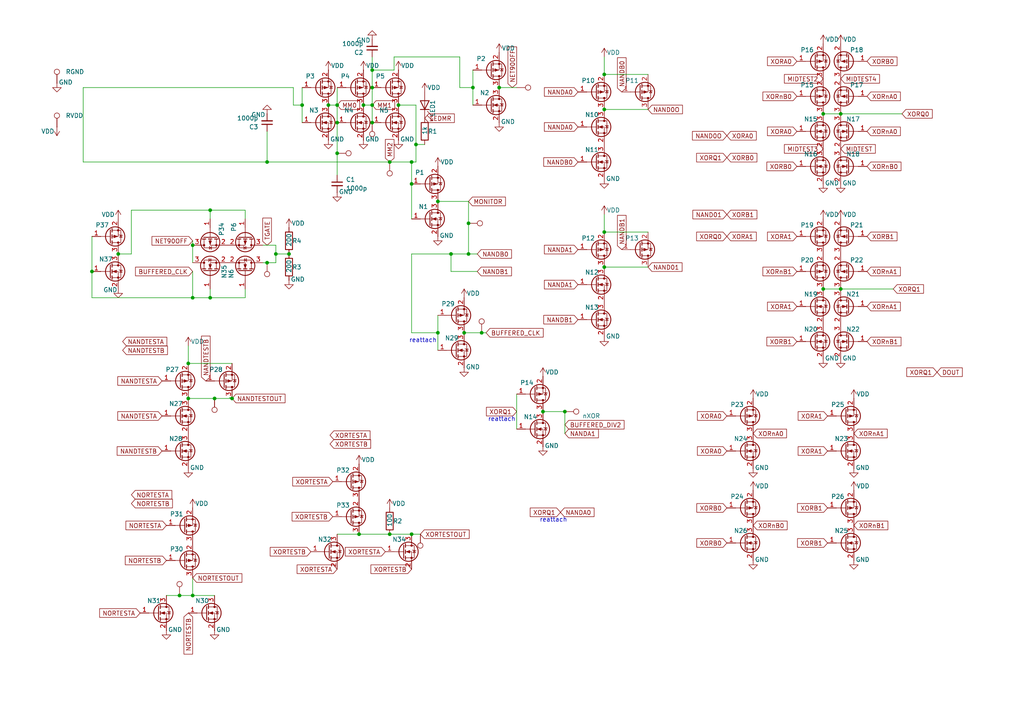
<source format=kicad_sch>
(kicad_sch (version 20250114) (generator "eeschema") (generator_version "9.0")
  (paper "A4")
  (text "reattach" (at 145.542 121.666 0) (effects (font (size 1.27 1.27))))
  (text "reattach" (at 122.682 98.806 0) (effects (font (size 1.27 1.27))))
  (text "reattach" (at 160.528 150.876 0) (effects (font (size 1.27 1.27))))
  (junction (at 175.26 31.75))
  (junction (at 107.95 25.4))
  (junction (at 97.79 44.45))
  (junction (at 55.88 71.12))
  (junction (at 127 96.52))
  (junction (at 134.62 96.52))
  (junction (at 137.16 25.4))
  (junction (at 175.26 21.59))
  (junction (at 34.29 73.66))
  (junction (at 26.67 78.74))
  (junction (at 105.41 30.48))
  (junction (at 77.47 76.2))
  (junction (at 115.57 30.48))
  (junction (at 163.83 119.38))
  (junction (at 62.23 115.57))
  (junction (at 119.38 46.99))
  (junction (at 55.88 86.36))
  (junction (at 87.63 30.48))
  (junction (at 60.96 60.96))
  (junction (at 55.88 172.72))
  (junction (at 135.89 73.66))
  (junction (at 97.79 35.56))
  (junction (at 157.48 119.38))
  (junction (at 119.38 53.34))
  (junction (at 243.84 33.02))
  (junction (at 113.03 154.94))
  (junction (at 80.01 73.66))
  (junction (at 243.84 83.82))
  (junction (at 238.76 33.02))
  (junction (at 107.95 20.32))
  (junction (at 104.14 154.94))
  (junction (at 238.76 83.82))
  (junction (at 67.31 115.57))
  (junction (at 54.61 115.57))
  (junction (at 127 58.42))
  (junction (at 113.03 46.99))
  (junction (at 130.81 73.66))
  (junction (at 83.82 73.66))
  (junction (at 54.61 105.41))
  (junction (at 95.25 30.48))
  (junction (at 139.7 96.52))
  (junction (at 135.89 64.77))
  (junction (at 175.26 67.31))
  (junction (at 175.26 77.47))
  (junction (at 52.07 172.72))
  (junction (at 107.95 35.56))
  (junction (at 144.78 25.4))
  (junction (at 107.95 30.48))
  (junction (at 120.65 41.91))
  (junction (at 77.47 46.99))
  (junction (at 60.96 86.36))
  (junction (at 119.38 154.94))
  (junction (at 97.79 30.48))
  (wire (pts (xy 55.88 167.64) (xy 55.88 172.72)))
  (wire (pts (xy 97.79 154.94) (xy 104.14 154.94)))
  (wire (pts (xy 60.96 86.36) (xy 60.96 83.82)))
  (wire (pts (xy 26.67 86.36) (xy 55.88 86.36)))
  (wire (pts (xy 71.12 86.36) (xy 71.12 83.82)))
  (wire (pts (xy 55.88 71.12) (xy 55.88 76.2)))
  (wire (pts (xy 113.03 154.94) (xy 119.38 154.94)))
  (wire (pts (xy 107.95 30.48) (xy 107.95 35.56)))
  (wire (pts (xy 107.95 20.32) (xy 114.3 20.32)))
  (wire (pts (xy 130.81 73.66) (xy 130.81 78.74)))
  (wire (pts (xy 163.83 119.38) (xy 163.83 125.73)))
  (wire (pts (xy 60.96 60.96) (xy 71.12 60.96)))
  (wire (pts (xy 54.61 100.33) (xy 54.61 105.41)))
  (wire (pts (xy 77.47 76.2) (xy 80.01 76.2)))
  (wire (pts (xy 97.79 25.4) (xy 97.79 30.48)))
  (wire (pts (xy 127 96.52) (xy 127 101.6)))
  (wire (pts (xy 60.96 60.96) (xy 60.96 63.5)))
  (wire (pts (xy 114.3 20.32) (xy 114.3 16.51)))
  (wire (pts (xy 38.1 60.96) (xy 60.96 60.96)))
  (wire (pts (xy 175.26 31.75) (xy 187.96 31.75)))
  (wire (pts (xy 140.97 96.52) (xy 139.7 96.52)))
  (wire (pts (xy 130.81 78.74) (xy 138.43 78.74)))
  (wire (pts (xy 34.29 73.66) (xy 38.1 73.66)))
  (wire (pts (xy 87.63 25.4) (xy 87.63 30.48)))
  (wire (pts (xy 71.12 60.96) (xy 71.12 63.5)))
  (wire (pts (xy 175.26 21.59) (xy 187.96 21.59)))
  (wire (pts (xy 139.7 96.52) (xy 134.62 96.52)))
  (wire (pts (xy 97.79 35.56) (xy 97.79 44.45)))
  (wire (pts (xy 149.86 114.3) (xy 149.86 124.46)))
  (wire (pts (xy 137.16 20.32) (xy 137.16 25.4)))
  (wire (pts (xy 67.31 115.57) (xy 67.31 115.3563)))
  (wire (pts (xy 55.88 69.85) (xy 55.88 71.12)))
  (wire (pts (xy 26.67 68.58) (xy 26.67 78.74)))
  (wire (pts (xy 113.03 46.99) (xy 119.38 46.99)))
  (wire (pts (xy 67.31 115.3563) (xy 66.5311 115.3563)))
  (wire (pts (xy 107.95 20.32) (xy 107.95 25.4)))
  (wire (pts (xy 175.26 16.51) (xy 175.26 21.59)))
  (wire (pts (xy 38.1 60.96) (xy 38.1 73.66)))
  (wire (pts (xy 119.38 154.94) (xy 121.92 154.94)))
  (wire (pts (xy 175.26 77.47) (xy 187.96 77.47)))
  (wire (pts (xy 114.3 16.51) (xy 133.35 16.51)))
  (wire (pts (xy 135.89 64.77) (xy 135.89 73.66)))
  (wire (pts (xy 120.65 46.99) (xy 119.38 46.99)))
  (wire (pts (xy 127 91.44) (xy 127 96.52)))
  (wire (pts (xy 77.47 46.99) (xy 113.03 46.99)))
  (wire (pts (xy 80.01 73.66) (xy 83.82 73.66)))
  (wire (pts (xy 55.88 78.74) (xy 55.88 86.36)))
  (wire (pts (xy 120.65 41.91) (xy 123.19 41.91)))
  (wire (pts (xy 55.88 172.72) (xy 62.23 172.72)))
  (wire (pts (xy 55.88 86.36) (xy 60.96 86.36)))
  (wire (pts (xy 133.35 25.4) (xy 137.16 25.4)))
  (wire (pts (xy 54.61 115.57) (xy 62.23 115.57)))
  (wire (pts (xy 76.2 76.2) (xy 77.47 76.2)))
  (wire (pts (xy 24.13 25.4) (xy 24.13 46.99)))
  (wire (pts (xy 130.81 73.66) (xy 135.89 73.66)))
  (wire (pts (xy 80.01 73.66) (xy 80.01 76.2)))
  (wire (pts (xy 238.76 33.02) (xy 243.84 33.02)))
  (wire (pts (xy 127 58.42) (xy 135.89 58.42)))
  (wire (pts (xy 157.48 119.38) (xy 163.83 119.38)))
  (wire (pts (xy 149.86 25.4) (xy 144.78 25.4)))
  (wire (pts (xy 95.25 30.48) (xy 97.79 30.48)))
  (wire (pts (xy 119.38 46.99) (xy 119.38 53.34)))
  (wire (pts (xy 24.13 46.99) (xy 77.47 46.99)))
  (wire (pts (xy 76.2 71.12) (xy 80.01 71.12)))
  (wire (pts (xy 107.95 16.51) (xy 107.95 20.32)))
  (wire (pts (xy 243.84 33.02) (xy 261.62 33.02)))
  (wire (pts (xy 85.09 25.4) (xy 85.09 30.48)))
  (wire (pts (xy 120.65 41.91) (xy 120.65 46.99)))
  (wire (pts (xy 24.13 25.4) (xy 85.09 25.4)))
  (wire (pts (xy 60.96 86.36) (xy 71.12 86.36)))
  (wire (pts (xy 135.89 58.42) (xy 135.89 64.77)))
  (wire (pts (xy 87.63 30.48) (xy 87.63 35.56)))
  (wire (pts (xy 62.23 115.57) (xy 67.31 115.57)))
  (wire (pts (xy 243.84 83.82) (xy 259.08 83.82)))
  (wire (pts (xy 135.89 73.66) (xy 138.43 73.66)))
  (wire (pts (xy 119.38 96.52) (xy 119.38 73.66)))
  (wire (pts (xy 85.09 30.48) (xy 87.63 30.48)))
  (wire (pts (xy 120.65 30.48) (xy 120.65 41.91)))
  (wire (pts (xy 175.26 67.31) (xy 187.96 67.31)))
  (wire (pts (xy 77.47 38.1) (xy 77.47 46.99)))
  (wire (pts (xy 175.26 62.23) (xy 175.26 67.31)))
  (wire (pts (xy 80.01 71.12) (xy 80.01 73.66)))
  (wire (pts (xy 115.57 30.48) (xy 120.65 30.48)))
  (wire (pts (xy 137.16 25.4) (xy 137.16 30.48)))
  (wire (pts (xy 238.76 83.82) (xy 243.84 83.82)))
  (wire (pts (xy 119.38 53.34) (xy 119.38 63.5)))
  (wire (pts (xy 127 96.52) (xy 119.38 96.52)))
  (wire (pts (xy 107.95 25.4) (xy 107.95 30.48)))
  (wire (pts (xy 104.14 154.94) (xy 113.03 154.94)))
  (wire (pts (xy 97.79 44.45) (xy 97.79 50.8)))
  (wire (pts (xy 26.67 86.36) (xy 26.67 78.74)))
  (wire (pts (xy 55.88 172.72) (xy 52.07 172.72)))
  (wire (pts (xy 105.41 30.48) (xy 107.95 30.48)))
  (wire (pts (xy 130.81 73.66) (xy 119.38 73.66)))
  (wire (pts (xy 52.07 172.72) (xy 48.26 172.72)))
  (wire (pts (xy 97.79 30.48) (xy 97.79 35.56)))
  (wire (pts (xy 54.61 105.41) (xy 67.31 105.41)))
  (wire (pts (xy 133.35 16.51) (xy 133.35 25.4)))
  (global_label "XORTESTB" (shape input) (at 96.52 149.86 180) (property "Intersheetrefs" "${INTERSHEET_REFS}" (effects (hide yes))))
  (global_label "NANDTESTA" (shape input) (at 46.99 120.65 180) (property "Intersheetrefs" "${INTERSHEET_REFS}" (effects (hide yes))))
  (global_label "NET90OFF" (shape input) (at 55.88 69.85 180) (property "Intersheetrefs" "${INTERSHEET_REFS}" (effects (hide yes))))
  (global_label "XORA1" (shape input) (at 210.82 68.58 0) (property "Intersheetrefs" "${INTERSHEET_REFS}" (effects (hide yes))))
  (global_label "XORB0" (shape input) (at 210.82 147.32 180) (property "Intersheetrefs" "${INTERSHEET_REFS}" (effects (hide yes))))
  (global_label "NET90OFF" (shape input) (at 148.59 25.4 90) (property "Intersheetrefs" "${INTERSHEET_REFS}" (effects (hide yes))))
  (global_label "NORTESTA" (shape input) (at 38.1 143.51 0) (property "Intersheetrefs" "${INTERSHEET_REFS}" (effects (hide yes))))
  (global_label "NANDB0" (shape input) (at 167.64 46.99 180) (property "Intersheetrefs" "${INTERSHEET_REFS}" (effects (hide yes))))
  (global_label "XORA0" (shape input) (at 231.14 17.78 180) (property "Intersheetrefs" "${INTERSHEET_REFS}" (effects (hide yes))))
  (global_label "BUFFERED_DIV2" (shape input) (at 163.83 123.19 0) (property "Intersheetrefs" "${INTERSHEET_REFS}" (effects (hide yes))))
  (global_label "NANDA0" (shape input) (at 167.64 26.67 180) (property "Intersheetrefs" "${INTERSHEET_REFS}" (effects (hide yes))))
  (global_label "XORQ1" (shape input) (at 149.86 119.38 180) (property "Intersheetrefs" "${INTERSHEET_REFS}" (effects (hide yes))))
  (global_label "XORTESTOUT" (shape input) (at 121.92 154.94 0) (property "Intersheetrefs" "${INTERSHEET_REFS}" (effects (hide yes))))
  (global_label "NANDTESTB" (shape input) (at 59.69 110.49 90) (property "Intersheetrefs" "${INTERSHEET_REFS}" (effects (hide yes))))
  (global_label "XORQ0" (shape input) (at 210.82 68.58 180) (property "Intersheetrefs" "${INTERSHEET_REFS}" (effects (hide yes))))
  (global_label "MM2" (shape input) (at 113.03 46.99 90) (property "Intersheetrefs" "${INTERSHEET_REFS}" (effects (hide yes))))
  (global_label "XORnA0" (shape input) (at 251.46 38.1 0) (property "Intersheetrefs" "${INTERSHEET_REFS}" (effects (hide yes))))
  (global_label "MIDTEST4" (shape input) (at 243.84 22.86 0) (property "Intersheetrefs" "${INTERSHEET_REFS}" (effects (hide yes))))
  (global_label "XORB1" (shape input) (at 210.82 62.23 0) (property "Intersheetrefs" "${INTERSHEET_REFS}" (effects (hide yes))))
  (global_label "XORTESTB" (shape input) (at 119.38 165.1 180) (property "Intersheetrefs" "${INTERSHEET_REFS}" (effects (hide yes))))
  (global_label "NANDTESTOUT" (shape input) (at 67.31 115.57 0) (property "Intersheetrefs" "${INTERSHEET_REFS}" (effects (hide yes))))
  (global_label "XORTESTA" (shape input) (at 95.7094 126.2325 0) (property "Intersheetrefs" "${INTERSHEET_REFS}" (effects (hide yes))))
  (global_label "MIDTEST" (shape input) (at 243.84 43.18 0) (property "Intersheetrefs" "${INTERSHEET_REFS}" (effects (hide yes))))
  (global_label "XORB1" (shape input) (at 240.03 147.32 180) (property "Intersheetrefs" "${INTERSHEET_REFS}" (effects (hide yes))))
  (global_label "NAND0O" (shape input) (at 187.96 31.75 0) (property "Intersheetrefs" "${INTERSHEET_REFS}" (effects (hide yes))))
  (global_label "NANDA0" (shape input) (at 167.64 36.83 180) (property "Intersheetrefs" "${INTERSHEET_REFS}" (effects (hide yes))))
  (global_label "XORQ0" (shape input) (at 261.62 33.02 0) (property "Intersheetrefs" "${INTERSHEET_REFS}" (effects (hide yes))))
  (global_label "NANDB0" (shape input) (at 138.43 73.66 0) (property "Intersheetrefs" "${INTERSHEET_REFS}" (effects (hide yes))))
  (global_label "LEDMR" (shape input) (at 123.19 34.29 0) (property "Intersheetrefs" "${INTERSHEET_REFS}" (effects (hide yes))))
  (global_label "XORTESTB" (shape input) (at 95.7094 128.7725 0) (property "Intersheetrefs" "${INTERSHEET_REFS}" (effects (hide yes))))
  (global_label "XORB1" (shape input) (at 231.14 99.06 180) (property "Intersheetrefs" "${INTERSHEET_REFS}" (effects (hide yes))))
  (global_label "BUFFERED_CLK" (shape input) (at 55.88 78.74 180) (property "Intersheetrefs" "${INTERSHEET_REFS}" (effects (hide yes))))
  (global_label "BUFFERED_CLK" (shape input) (at 140.97 96.52 0) (property "Intersheetrefs" "${INTERSHEET_REFS}" (effects (hide yes))))
  (global_label "NANDB0" (shape input) (at 180.34 26.67 90) (property "Intersheetrefs" "${INTERSHEET_REFS}" (effects (hide yes))))
  (global_label "NANDB1" (shape input) (at 167.64 92.71 180) (property "Intersheetrefs" "${INTERSHEET_REFS}" (effects (hide yes))))
  (global_label "NORTESTB" (shape input) (at 48.26 162.56 180) (property "Intersheetrefs" "${INTERSHEET_REFS}" (effects (hide yes))))
  (global_label "XORTESTA" (shape input) (at 111.76 160.02 180) (property "Intersheetrefs" "${INTERSHEET_REFS}" (effects (hide yes))))
  (global_label "XORA1" (shape input) (at 231.14 68.58 180) (property "Intersheetrefs" "${INTERSHEET_REFS}" (effects (hide yes))))
  (global_label "NANDTESTB" (shape input) (at 35.56 101.6 0) (property "Intersheetrefs" "${INTERSHEET_REFS}" (effects (hide yes))))
  (global_label "NANDA0" (shape input) (at 162.56 148.59 0) (property "Intersheetrefs" "${INTERSHEET_REFS}" (effects (hide yes))))
  (global_label "MONITOR" (shape input) (at 135.89 58.42 0) (property "Intersheetrefs" "${INTERSHEET_REFS}" (effects (hide yes))))
  (global_label "XORB1" (shape input) (at 251.46 68.58 0) (property "Intersheetrefs" "${INTERSHEET_REFS}" (effects (hide yes))))
  (global_label "MM0" (shape input) (at 97.79 30.48 0) (property "Intersheetrefs" "${INTERSHEET_REFS}" (effects (hide yes))))
  (global_label "TGATE" (shape input) (at 77.47 71.12 90) (property "Intersheetrefs" "${INTERSHEET_REFS}" (effects (hide yes))))
  (global_label "XORTESTA" (shape input) (at 97.79 165.1 180) (property "Intersheetrefs" "${INTERSHEET_REFS}" (effects (hide yes))))
  (global_label "NANDTESTA" (shape input) (at 46.99 110.49 180) (property "Intersheetrefs" "${INTERSHEET_REFS}" (effects (hide yes))))
  (global_label "XORA1" (shape input) (at 231.14 88.9 180) (property "Intersheetrefs" "${INTERSHEET_REFS}" (effects (hide yes))))
  (global_label "XORnB0" (shape input) (at 251.46 48.26 0) (property "Intersheetrefs" "${INTERSHEET_REFS}" (effects (hide yes))))
  (global_label "NORTESTB" (shape input) (at 38.1 146.05 0) (property "Intersheetrefs" "${INTERSHEET_REFS}" (effects (hide yes))))
  (global_label "XORA0" (shape input) (at 210.82 130.81 180) (property "Intersheetrefs" "${INTERSHEET_REFS}" (effects (hide yes))))
  (global_label "XORTESTB" (shape input) (at 90.17 160.02 180) (property "Intersheetrefs" "${INTERSHEET_REFS}" (effects (hide yes))))
  (global_label "NANDA1" (shape input) (at 167.64 72.39 180) (property "Intersheetrefs" "${INTERSHEET_REFS}" (effects (hide yes))))
  (global_label "MM1" (shape input) (at 107.95 30.48 0) (property "Intersheetrefs" "${INTERSHEET_REFS}" (effects (hide yes))))
  (global_label "XORnB0" (shape input) (at 218.44 152.4 0) (property "Intersheetrefs" "${INTERSHEET_REFS}" (effects (hide yes))))
  (global_label "XORA0" (shape input) (at 210.82 39.37 0) (property "Intersheetrefs" "${INTERSHEET_REFS}" (effects (hide yes))))
  (global_label "XORB0" (shape input) (at 210.82 45.72 0) (property "Intersheetrefs" "${INTERSHEET_REFS}" (effects (hide yes))))
  (global_label "NANDA1" (shape input) (at 163.83 125.73 0) (property "Intersheetrefs" "${INTERSHEET_REFS}" (effects (hide yes))))
  (global_label "XORnA1" (shape input) (at 251.46 78.74 0) (property "Intersheetrefs" "${INTERSHEET_REFS}" (effects (hide yes))))
  (global_label "XORB1" (shape input) (at 240.03 157.48 180) (property "Intersheetrefs" "${INTERSHEET_REFS}" (effects (hide yes))))
  (global_label "XORA1" (shape input) (at 240.03 130.81 180) (property "Intersheetrefs" "${INTERSHEET_REFS}" (effects (hide yes))))
  (global_label "NORTESTA" (shape input) (at 48.26 152.4 180) (property "Intersheetrefs" "${INTERSHEET_REFS}" (effects (hide yes))))
  (global_label "XORQ1" (shape input) (at 259.08 83.82 0) (property "Intersheetrefs" "${INTERSHEET_REFS}" (effects (hide yes))))
  (global_label "XORnB1" (shape input) (at 231.14 78.74 180) (property "Intersheetrefs" "${INTERSHEET_REFS}" (effects (hide yes))))
  (global_label "NANDTESTA" (shape input) (at 35.56 99.06 0) (property "Intersheetrefs" "${INTERSHEET_REFS}" (effects (hide yes))))
  (global_label "XORnB1" (shape input) (at 251.46 99.06 0) (property "Intersheetrefs" "${INTERSHEET_REFS}" (effects (hide yes))))
  (global_label "XORB0" (shape input) (at 210.82 157.48 180) (property "Intersheetrefs" "${INTERSHEET_REFS}" (effects (hide yes))))
  (global_label "NANDTESTB" (shape input) (at 46.99 130.81 180) (property "Intersheetrefs" "${INTERSHEET_REFS}" (effects (hide yes))))
  (global_label "XORA0" (shape input) (at 210.82 120.65 180) (property "Intersheetrefs" "${INTERSHEET_REFS}" (effects (hide yes))))
  (global_label "XORnB1" (shape input) (at 247.65 152.4 0) (property "Intersheetrefs" "${INTERSHEET_REFS}" (effects (hide yes))))
  (global_label "XORnA1" (shape input) (at 251.46 88.9 0) (property "Intersheetrefs" "${INTERSHEET_REFS}" (effects (hide yes))))
  (global_label "XORnA1" (shape input) (at 247.65 125.73 0) (property "Intersheetrefs" "${INTERSHEET_REFS}" (effects (hide yes))))
  (global_label "NAND0O" (shape input) (at 210.82 39.37 180) (property "Intersheetrefs" "${INTERSHEET_REFS}" (effects (hide yes))))
  (global_label "XORB0" (shape input) (at 231.14 48.26 180) (property "Intersheetrefs" "${INTERSHEET_REFS}" (effects (hide yes))))
  (global_label "NAND01" (shape input) (at 210.82 62.23 180) (property "Intersheetrefs" "${INTERSHEET_REFS}" (effects (hide yes))))
  (global_label "XORB0" (shape input) (at 251.46 17.78 0) (property "Intersheetrefs" "${INTERSHEET_REFS}" (effects (hide yes))))
  (global_label "NORTESTA" (shape input) (at 40.64 177.8 180) (property "Intersheetrefs" "${INTERSHEET_REFS}" (effects (hide yes))))
  (global_label "XORQ1" (shape input) (at 162.56 148.59 180) (property "Intersheetrefs" "${INTERSHEET_REFS}" (effects (hide yes))))
  (global_label "XORA0" (shape input) (at 231.14 38.1 180) (property "Intersheetrefs" "${INTERSHEET_REFS}" (effects (hide yes))))
  (global_label "NORTESTB" (shape input) (at 54.61 177.8 270) (property "Intersheetrefs" "${INTERSHEET_REFS}" (effects (hide yes))))
  (global_label "XORTESTA" (shape input) (at 96.52 139.7 180) (property "Intersheetrefs" "${INTERSHEET_REFS}" (effects (hide yes))))
  (global_label "NAND01" (shape input) (at 187.96 77.47 0) (property "Intersheetrefs" "${INTERSHEET_REFS}" (effects (hide yes))))
  (global_label "XORnB0" (shape input) (at 231.14 27.94 180) (property "Intersheetrefs" "${INTERSHEET_REFS}" (effects (hide yes))))
  (global_label "XORQ1" (shape input) (at 271.78 107.95 180) (property "Intersheetrefs" "${INTERSHEET_REFS}" (effects (hide yes))))
  (global_label "XORnA0" (shape input) (at 218.44 125.73 0) (property "Intersheetrefs" "${INTERSHEET_REFS}" (effects (hide yes))))
  (global_label "XORnA0" (shape input) (at 251.46 27.94 0) (property "Intersheetrefs" "${INTERSHEET_REFS}" (effects (hide yes))))
  (global_label "NANDA1" (shape input) (at 167.64 82.55 180) (property "Intersheetrefs" "${INTERSHEET_REFS}" (effects (hide yes))))
  (global_label "MIDTEST2" (shape input) (at 238.76 22.86 180) (property "Intersheetrefs" "${INTERSHEET_REFS}" (effects (hide yes))))
  (global_label "XORA1" (shape input) (at 240.03 120.65 180) (property "Intersheetrefs" "${INTERSHEET_REFS}" (effects (hide yes))))
  (global_label "NANDB1" (shape input) (at 180.34 72.39 90) (property "Intersheetrefs" "${INTERSHEET_REFS}" (effects (hide yes))))
  (global_label "DOUT" (shape input) (at 271.78 107.95 0) (property "Intersheetrefs" "${INTERSHEET_REFS}" (effects (hide yes))))
  (global_label "NANDB1" (shape input) (at 138.43 78.74 0) (property "Intersheetrefs" "${INTERSHEET_REFS}" (effects (hide yes))))
  (global_label "NORTESTOUT" (shape input) (at 55.88 167.64 0) (property "Intersheetrefs" "${INTERSHEET_REFS}" (effects (hide yes))))
  (global_label "XORQ1" (shape input) (at 210.82 45.72 180) (property "Intersheetrefs" "${INTERSHEET_REFS}" (effects (hide yes))))
  (global_label "MIDTEST3" (shape input) (at 238.76 43.18 180) (property "Intersheetrefs" "${INTERSHEET_REFS}" (effects (hide yes))))
  (symbol (lib_id "Device:Q_PMOS_GSD") (at 132.08 91.44 0) (mirror x) (unit 1)
    (property "Reference" "P29" (at 128.016 88.138 0) (effects (justify left)))
    (property "Value" "RZM001P02T2L" (effects (hide yes)))
    (property "Footprint" "cnhardware:SOT-723-COMPACTP" (effects (hide yes)))
    (property "Description" "P-MOSFET transistor, gate/source/drain" (effects (hide yes)))
    (property "LCSC" "C308762" (effects (hide yes)))
    (property "Sim.Device" "PMOS" (effects (hide yes)))
    (property "Sim.Type" "VDMOS" (effects (hide yes)))
    (property "Sim.Pins" "1=G 2=S 3=D" (effects (hide yes)))
  )
  (symbol (lib_id "Device:Q_NMOS_GSD") (at 95.25 160.02 0) (unit 1)
    (property "Reference" "N32" (at 92.202 156.464 0) (effects (justify left)))
    (property "Value" "2SK3541" (effects (hide yes)))
    (property "Footprint" "cnhardware:SOT-723-COMPACT" (effects (hide yes)))
    (property "Description" "N-MOSFET transistor, gate/source/drain" (effects (hide yes)))
    (property "LCSC" "C42402303" (effects (hide yes)))
    (property "Sim.Device" "NMOS" (effects (hide yes)))
    (property "Sim.Type" "VDMOS" (effects (hide yes)))
    (property "Sim.Pins" "1=G 2=S 3=D" (effects (hide yes)))
  )
  (symbol (lib_id "Device:Q_NMOS_GSD") (at 215.9 130.81 0) (unit 1)
    (property "Reference" "N24" (at 212.852 127.254 0) (effects (justify left)))
    (property "Value" "2SK3541" (effects (hide yes)))
    (property "Footprint" "cnhardware:SOT-723-COMPACT" (effects (hide yes)))
    (property "Description" "N-MOSFET transistor, gate/source/drain" (effects (hide yes)))
    (property "LCSC" "C42402303" (effects (hide yes)))
    (property "Sim.Device" "NMOS" (effects (hide yes)))
    (property "Sim.Type" "VDMOS" (effects (hide yes)))
    (property "Sim.Pins" "1=G 2=S 3=D" (effects (hide yes)))
  )
  (symbol (lib_id "power:VDD") (at 243.84 12.7 0) (unit 1)
    (property "Reference" "#PWR031" (effects (hide yes)))
    (property "Value" "VDD" (at 248.412 11.43 0) (effects (justify right)))
    (property "Description" "Power symbol creates a global label with name \"VDD\"" (effects (hide yes)))
  )
  (symbol (lib_id "power:GND") (at 54.61 135.89 0) (unit 1)
    (property "Reference" "#PWR045" (effects (hide yes)))
    (property "Value" "GND" (at 57.15 135.636 0))
    (property "Description" "Power symbol creates a global label with name \"GND\" , ground" (effects (hide yes)))
  )
  (symbol (lib_id "power:GND") (at 62.23 182.88 0) (unit 1)
    (property "Reference" "#PWR049" (effects (hide yes)))
    (property "Value" "GND" (at 64.77 182.626 0))
    (property "Description" "Power symbol creates a global label with name \"GND\" , ground" (effects (hide yes)))
  )
  (symbol (lib_id "Device:Q_NMOS_GSD") (at 236.22 88.9 0) (unit 1)
    (property "Reference" "N19" (at 233.172 85.344 0) (effects (justify left)))
    (property "Value" "2SK3541" (effects (hide yes)))
    (property "Footprint" "cnhardware:SOT-723-COMPACT" (effects (hide yes)))
    (property "Description" "N-MOSFET transistor, gate/source/drain" (effects (hide yes)))
    (property "LCSC" "C42402303" (effects (hide yes)))
    (property "Sim.Device" "NMOS" (effects (hide yes)))
    (property "Sim.Type" "VDMOS" (effects (hide yes)))
    (property "Sim.Pins" "1=G 2=S 3=D" (effects (hide yes)))
  )
  (symbol (lib_id "Device:Q_PMOS_GSD") (at 236.22 68.58 0) (mirror x) (unit 1)
    (property "Reference" "P19" (at 232.156 65.278 0) (effects (justify left)))
    (property "Value" "RZM001P02T2L" (effects (hide yes)))
    (property "Footprint" "cnhardware:SOT-723-COMPACTP" (effects (hide yes)))
    (property "Description" "P-MOSFET transistor, gate/source/drain" (effects (hide yes)))
    (property "LCSC" "C308762" (effects (hide yes)))
    (property "Sim.Device" "PMOS" (effects (hide yes)))
    (property "Sim.Type" "VDMOS" (effects (hide yes)))
    (property "Sim.Pins" "1=G 2=S 3=D" (effects (hide yes)))
  )
  (symbol (lib_id "Connector:TestPoint") (at 77.47 76.2 180) (unit 1) (in_bom no)
    (property "Reference" "TP8" (effects (hide yes)))
    (property "Value" "TP" (effects (hide yes)))
    (property "Footprint" "cnhardware:TPTHRU" (effects (hide yes)))
    (property "Description" "test point" (effects (hide yes)))
    (property "LCSC" "C25503131" (effects (hide yes)))
    (property "Sim.Device" "TP" (effects (hide yes)))
    (property "Sim.Params" "ROON" (effects (hide yes)))
  )
  (symbol (lib_id "Device:Q_NMOS_GSD") (at 92.71 35.56 0) (unit 1)
    (property "Reference" "N3" (at 89.662 32.004 0) (effects (justify left)))
    (property "Value" "2SK3541" (effects (hide yes)))
    (property "Footprint" "cnhardware:SOT-723-COMPACT" (effects (hide yes)))
    (property "Description" "N-MOSFET transistor, gate/source/drain" (effects (hide yes)))
    (property "LCSC" "C42402303" (effects (hide yes)))
    (property "Sim.Device" "NMOS" (effects (hide yes)))
    (property "Sim.Type" "VDMOS" (effects (hide yes)))
    (property "Sim.Pins" "1=G 2=S 3=D" (effects (hide yes)))
  )
  (symbol (lib_id "power:VDD") (at 105.41 20.32 0) (unit 1)
    (property "Reference" "#PWR09" (effects (hide yes)))
    (property "Value" "VDD" (at 109.982 19.05 0) (effects (justify right)))
    (property "Description" "Power symbol creates a global label with name \"VDD\"" (effects (hide yes)))
  )
  (symbol (lib_id "power:GND") (at 97.79 55.88 0) (unit 1)
    (property "Reference" "#PWR057" (effects (hide yes)))
    (property "Value" "GND" (at 100.33 55.626 0))
    (property "Description" "Power symbol creates a global label with name \"GND\" , ground" (effects (hide yes)))
  )
  (symbol (lib_id "Device:Q_NMOS_GSD") (at 31.75 78.74 0) (unit 1)
    (property "Reference" "N37" (at 28.702 75.184 0) (effects (justify left)))
    (property "Value" "2SK3541" (effects (hide yes)))
    (property "Footprint" "cnhardware:SOT-723-COMPACT" (effects (hide yes)))
    (property "Description" "N-MOSFET transistor, gate/source/drain" (effects (hide yes)))
    (property "LCSC" "C42402303" (effects (hide yes)))
    (property "Sim.Device" "NMOS" (effects (hide yes)))
    (property "Sim.Type" "VDMOS" (effects (hide yes)))
    (property "Sim.Pins" "1=G 2=S 3=D" (effects (hide yes)))
  )
  (symbol (lib_id "Device:Q_NMOS_GSD") (at 236.22 99.06 0) (unit 1)
    (property "Reference" "N20" (at 233.172 95.504 0) (effects (justify left)))
    (property "Value" "2SK3541" (effects (hide yes)))
    (property "Footprint" "cnhardware:SOT-723-COMPACT" (effects (hide yes)))
    (property "Description" "N-MOSFET transistor, gate/source/drain" (effects (hide yes)))
    (property "LCSC" "C42402303" (effects (hide yes)))
    (property "Sim.Device" "NMOS" (effects (hide yes)))
    (property "Sim.Type" "VDMOS" (effects (hide yes)))
    (property "Sim.Pins" "1=G 2=S 3=D" (effects (hide yes)))
  )
  (symbol (lib_id "Device:C_Small") (at 77.47 35.56 180) (unit 1)
    (property "Reference" "C3" (at 74.93 36.8238 0) (effects (justify left)))
    (property "Value" "1000p" (at 74.93 34.2838 0) (effects (justify left)))
    (property "Description" "Unpolarized capacitor, small symbol" (effects (hide yes)))
  )
  (symbol (lib_id "Device:Q_NMOS_GSD") (at 154.94 124.46 0) (unit 1)
    (property "Reference" "N14" (at 151.892 120.904 0) (effects (justify left)))
    (property "Value" "2SK3541" (effects (hide yes)))
    (property "Footprint" "cnhardware:SOT-723-COMPACT" (effects (hide yes)))
    (property "Description" "N-MOSFET transistor, gate/source/drain" (effects (hide yes)))
    (property "LCSC" "C42402303" (effects (hide yes)))
    (property "Sim.Device" "NMOS" (effects (hide yes)))
    (property "Sim.Type" "VDMOS" (effects (hide yes)))
    (property "Sim.Pins" "1=G 2=S 3=D" (effects (hide yes)))
  )
  (symbol (lib_id "power:VDD") (at 175.26 62.23 0) (unit 1)
    (property "Reference" "#PWR024" (effects (hide yes)))
    (property "Value" "VDD" (at 179.832 60.96 0) (effects (justify right)))
    (property "Description" "Power symbol creates a global label with name \"VDD\"" (effects (hide yes)))
  )
  (symbol (lib_id "Device:Q_NMOS_GSD") (at 52.07 130.81 0) (unit 1)
    (property "Reference" "N28" (at 49.022 127.254 0) (effects (justify left)))
    (property "Value" "2SK3541" (effects (hide yes)))
    (property "Footprint" "cnhardware:SOT-723-COMPACT" (effects (hide yes)))
    (property "Description" "N-MOSFET transistor, gate/source/drain" (effects (hide yes)))
    (property "LCSC" "C42402303" (effects (hide yes)))
    (property "Sim.Device" "NMOS" (effects (hide yes)))
    (property "Sim.Type" "VDMOS" (effects (hide yes)))
    (property "Sim.Pins" "1=G 2=S 3=D" (effects (hide yes)))
  )
  (symbol (lib_id "power:GND") (at 83.82 81.28 0) (unit 1)
    (property "Reference" "#PWR016" (effects (hide yes)))
    (property "Value" "GND" (at 86.36 81.026 0))
    (property "Description" "Power symbol creates a global label with name \"GND\" , ground" (effects (hide yes)))
  )
  (symbol (lib_id "Connector:TestPoint") (at 62.23 115.57 180) (unit 1) (in_bom no)
    (property "Reference" "TP5" (effects (hide yes)))
    (property "Value" "TP" (effects (hide yes)))
    (property "Footprint" "cnhardware:TPTHRU" (effects (hide yes)))
    (property "Description" "test point" (effects (hide yes)))
    (property "LCSC" "C25503131" (effects (hide yes)))
    (property "Sim.Device" "TP" (effects (hide yes)))
    (property "Sim.Params" "ROON" (effects (hide yes)))
  )
  (symbol (lib_id "Device:Q_PMOS_GSD") (at 101.6 139.7 0) (mirror x) (unit 1)
    (property "Reference" "P32" (at 97.536 136.398 0) (effects (justify left)))
    (property "Value" "RZM001P02T2L" (effects (hide yes)))
    (property "Footprint" "cnhardware:SOT-723-COMPACTP" (effects (hide yes)))
    (property "Description" "P-MOSFET transistor, gate/source/drain" (effects (hide yes)))
    (property "LCSC" "C308762" (effects (hide yes)))
    (property "Sim.Device" "PMOS" (effects (hide yes)))
    (property "Sim.Type" "VDMOS" (effects (hide yes)))
    (property "Sim.Pins" "1=G 2=S 3=D" (effects (hide yes)))
  )
  (symbol (lib_id "Device:Q_NMOS_GSD") (at 172.72 82.55 0) (unit 1)
    (property "Reference" "N12" (at 169.672 78.994 0) (effects (justify left)))
    (property "Value" "2SK3541" (effects (hide yes)))
    (property "Footprint" "cnhardware:SOT-723-COMPACT" (effects (hide yes)))
    (property "Description" "N-MOSFET transistor, gate/source/drain" (effects (hide yes)))
    (property "LCSC" "C42402303" (effects (hide yes)))
    (property "Sim.Device" "NMOS" (effects (hide yes)))
    (property "Sim.Type" "VDMOS" (effects (hide yes)))
    (property "Sim.Pins" "1=G 2=S 3=D" (effects (hide yes)))
  )
  (symbol (lib_id "Device:C_Small") (at 107.95 13.97 180) (unit 1)
    (property "Reference" "C2" (at 105.41 15.2338 0) (effects (justify left)))
    (property "Value" "1000p" (at 105.41 12.6938 0) (effects (justify left)))
    (property "Description" "Unpolarized capacitor, small symbol" (effects (hide yes)))
  )
  (symbol (lib_id "Device:Q_PMOS_GSD") (at 154.94 114.3 0) (mirror x) (unit 1)
    (property "Reference" "P14" (at 150.876 110.998 0) (effects (justify left)))
    (property "Value" "RZM001P02T2L" (effects (hide yes)))
    (property "Footprint" "cnhardware:SOT-723-COMPACTP" (effects (hide yes)))
    (property "Description" "P-MOSFET transistor, gate/source/drain" (effects (hide yes)))
    (property "LCSC" "C308762" (effects (hide yes)))
    (property "Sim.Device" "PMOS" (effects (hide yes)))
    (property "Sim.Type" "VDMOS" (effects (hide yes)))
    (property "Sim.Pins" "1=G 2=S 3=D" (effects (hide yes)))
  )
  (symbol (lib_id "Device:Q_NMOS_GSD") (at 52.07 120.65 0) (unit 1)
    (property "Reference" "N27" (at 49.022 117.094 0) (effects (justify left)))
    (property "Value" "2SK3541" (effects (hide yes)))
    (property "Footprint" "cnhardware:SOT-723-COMPACT" (effects (hide yes)))
    (property "Description" "N-MOSFET transistor, gate/source/drain" (effects (hide yes)))
    (property "LCSC" "C42402303" (effects (hide yes)))
    (property "Sim.Device" "NMOS" (effects (hide yes)))
    (property "Sim.Type" "VDMOS" (effects (hide yes)))
    (property "Sim.Pins" "1=G 2=S 3=D" (effects (hide yes)))
  )
  (symbol (lib_id "Device:Q_PMOS_GSD") (at 246.38 68.58 180) (unit 1)
    (property "Reference" "P21" (at 250.444 65.278 0) (effects (justify left)))
    (property "Value" "RZM001P02T2L" (effects (hide yes)))
    (property "Footprint" "cnhardware:SOT-723-COMPACTP" (effects (hide yes)))
    (property "Description" "P-MOSFET transistor, gate/source/drain" (effects (hide yes)))
    (property "LCSC" "C308762" (effects (hide yes)))
    (property "Sim.Device" "PMOS" (effects (hide yes)))
    (property "Sim.Type" "VDMOS" (effects (hide yes)))
    (property "Sim.Pins" "1=G 2=S 3=D" (effects (hide yes)))
  )
  (symbol (lib_id "power:GND") (at 157.48 129.54 0) (unit 1)
    (property "Reference" "#PWR026" (effects (hide yes)))
    (property "Value" "GND" (at 160.02 129.286 0))
    (property "Description" "Power symbol creates a global label with name \"GND\" , ground" (effects (hide yes)))
  )
  (symbol (lib_id "Device:Q_NMOS_GSD") (at 102.87 35.56 0) (unit 1)
    (property "Reference" "N4" (at 99.822 32.004 0) (effects (justify left)))
    (property "Value" "2SK3541" (effects (hide yes)))
    (property "Footprint" "cnhardware:SOT-723-COMPACT" (effects (hide yes)))
    (property "Description" "N-MOSFET transistor, gate/source/drain" (effects (hide yes)))
    (property "LCSC" "C42402303" (effects (hide yes)))
    (property "Sim.Device" "NMOS" (effects (hide yes)))
    (property "Sim.Type" "VDMOS" (effects (hide yes)))
    (property "Sim.Pins" "1=G 2=S 3=D" (effects (hide yes)))
  )
  (symbol (lib_id "power:VDD") (at 113.03 147.32 0) (unit 1)
    (property "Reference" "#PWR052" (effects (hide yes)))
    (property "Value" "VDD" (at 117.602 146.05 0) (effects (justify right)))
    (property "Description" "Power symbol creates a global label with name \"VDD\"" (effects (hide yes)))
  )
  (symbol (lib_id "power:GND") (at 238.76 53.34 0) (unit 1)
    (property "Reference" "#PWR028" (effects (hide yes)))
    (property "Value" "GND" (at 241.3 53.086 0))
    (property "Description" "Power symbol creates a global label with name \"GND\" , ground" (effects (hide yes)))
  )
  (symbol (lib_id "Device:Q_NMOS_GSD") (at 71.12 78.74 270) (mirror x) (unit 1)
    (property "Reference" "N6" (at 67.056 80.772 0) (effects (justify left)))
    (property "Value" "2SK3541" (effects (hide yes)))
    (property "Footprint" "cnhardware:SOT-723-COMPACT" (effects (hide yes)))
    (property "Description" "N-MOSFET transistor, gate/source/drain" (effects (hide yes)))
    (property "LCSC" "C42402303" (effects (hide yes)))
    (property "Sim.Device" "NMOS" (effects (hide yes)))
    (property "Sim.Type" "VDMOS" (effects (hide yes)))
    (property "Sim.Pins" "1=G 2=S 3=D" (effects (hide yes)))
  )
  (symbol (lib_id "Device:Q_NMOS_GSD") (at 246.38 38.1 0) (mirror y) (unit 1)
    (property "Reference" "N17" (at 249.428 34.544 0) (effects (justify left)))
    (property "Value" "2SK3541" (effects (hide yes)))
    (property "Footprint" "cnhardware:SOT-723-COMPACT" (effects (hide yes)))
    (property "Description" "N-MOSFET transistor, gate/source/drain" (effects (hide yes)))
    (property "LCSC" "C42402303" (effects (hide yes)))
    (property "Sim.Device" "NMOS" (effects (hide yes)))
    (property "Sim.Type" "VDMOS" (effects (hide yes)))
    (property "Sim.Pins" "1=G 2=S 3=D" (effects (hide yes)))
  )
  (symbol (lib_id "power:VDD") (at 104.14 134.62 0) (unit 1)
    (property "Reference" "#PWR051" (effects (hide yes)))
    (property "Value" "VDD" (at 108.712 133.35 0) (effects (justify right)))
    (property "Description" "Power symbol creates a global label with name \"VDD\"" (effects (hide yes)))
  )
  (symbol (lib_id "Device:C_Small") (at 97.79 53.34 0) (unit 1)
    (property "Reference" "C1" (at 100.33 52.0762 0) (effects (justify left)))
    (property "Value" "1000p" (at 100.33 54.6162 0) (effects (justify left)))
    (property "Description" "Unpolarized capacitor, small symbol" (effects (hide yes)))
  )
  (symbol (lib_id "Device:Q_PMOS_GSD") (at 53.34 162.56 0) (mirror x) (unit 1)
    (property "Reference" "P30" (at 49.276 159.258 0) (effects (justify left)))
    (property "Value" "RZM001P02T2L" (effects (hide yes)))
    (property "Footprint" "cnhardware:SOT-723-COMPACTP" (effects (hide yes)))
    (property "Description" "P-MOSFET transistor, gate/source/drain" (effects (hide yes)))
    (property "LCSC" "C308762" (effects (hide yes)))
    (property "Sim.Device" "PMOS" (effects (hide yes)))
    (property "Sim.Type" "VDMOS" (effects (hide yes)))
    (property "Sim.Pins" "1=G 2=S 3=D" (effects (hide yes)))
  )
  (symbol (lib_id "Device:Q_NMOS_GSD") (at 45.72 177.8 0) (unit 1)
    (property "Reference" "N31" (at 42.672 174.244 0) (effects (justify left)))
    (property "Value" "2SK3541" (effects (hide yes)))
    (property "Footprint" "cnhardware:SOT-723-COMPACT" (effects (hide yes)))
    (property "Description" "N-MOSFET transistor, gate/source/drain" (effects (hide yes)))
    (property "LCSC" "C42402303" (effects (hide yes)))
    (property "Sim.Device" "NMOS" (effects (hide yes)))
    (property "Sim.Type" "VDMOS" (effects (hide yes)))
    (property "Sim.Pins" "1=G 2=S 3=D" (effects (hide yes)))
  )
  (symbol (lib_id "power:GND") (at 77.47 33.02 180) (unit 1)
    (property "Reference" "#PWR05" (effects (hide yes)))
    (property "Value" "GND" (at 74.93 33.274 0))
    (property "Description" "Power symbol creates a global label with name \"GND\" , ground" (effects (hide yes)))
  )
  (symbol (lib_id "Device:Q_PMOS_GSD") (at 52.07 110.49 0) (mirror x) (unit 1)
    (property "Reference" "P27" (at 48.006 107.188 0) (effects (justify left)))
    (property "Value" "RZM001P02T2L" (effects (hide yes)))
    (property "Footprint" "cnhardware:SOT-723-COMPACTP" (effects (hide yes)))
    (property "Description" "P-MOSFET transistor, gate/source/drain" (effects (hide yes)))
    (property "LCSC" "C308762" (effects (hide yes)))
    (property "Sim.Device" "PMOS" (effects (hide yes)))
    (property "Sim.Type" "VDMOS" (effects (hide yes)))
    (property "Sim.Pins" "1=G 2=S 3=D" (effects (hide yes)))
  )
  (symbol (lib_id "Device:Q_PMOS_GSD") (at 92.71 25.4 0) (mirror x) (unit 1)
    (property "Reference" "P3" (at 88.646 22.098 0) (effects (justify left)))
    (property "Value" "RZM001P02T2L" (effects (hide yes)))
    (property "Footprint" "cnhardware:SOT-723-COMPACTP" (effects (hide yes)))
    (property "Description" "P-MOSFET transistor, gate/source/drain" (effects (hide yes)))
    (property "LCSC" "C308762" (effects (hide yes)))
    (property "Sim.Device" "PMOS" (effects (hide yes)))
    (property "Sim.Type" "VDMOS" (effects (hide yes)))
    (property "Sim.Pins" "1=G 2=S 3=D" (effects (hide yes)))
  )
  (symbol (lib_id "power:VDD") (at 83.82 66.04 0) (unit 1)
    (property "Reference" "#PWR017" (effects (hide yes)))
    (property "Value" "VDD" (at 88.392 64.77 0) (effects (justify right)))
    (property "Description" "Power symbol creates a global label with name \"VDD\"" (effects (hide yes)))
  )
  (symbol (lib_id "Device:Q_PMOS_GSD") (at 236.22 78.74 0) (mirror x) (unit 1)
    (property "Reference" "P20" (at 232.156 75.438 0) (effects (justify left)))
    (property "Value" "RZM001P02T2L" (effects (hide yes)))
    (property "Footprint" "cnhardware:SOT-723-COMPACTP" (effects (hide yes)))
    (property "Description" "P-MOSFET transistor, gate/source/drain" (effects (hide yes)))
    (property "LCSC" "C308762" (effects (hide yes)))
    (property "Sim.Device" "PMOS" (effects (hide yes)))
    (property "Sim.Type" "VDMOS" (effects (hide yes)))
    (property "Sim.Pins" "1=G 2=S 3=D" (effects (hide yes)))
  )
  (symbol (lib_id "power:VDD") (at 123.19 26.67 0) (unit 1)
    (property "Reference" "#PWR013" (effects (hide yes)))
    (property "Value" "VDD" (at 127.762 25.4 0) (effects (justify right)))
    (property "Description" "Power symbol creates a global label with name \"VDD\"" (effects (hide yes)))
  )
  (symbol (lib_id "power:GND") (at 16.51 24.13 0) (unit 1)
    (property "Reference" "#PWR01" (effects (hide yes)))
    (property "Value" "GND" (at 19.05 23.876 0))
    (property "Description" "Power symbol creates a global label with name \"GND\" , ground" (effects (hide yes)))
  )
  (symbol (lib_id "power:VDD") (at 127 48.26 0) (unit 1)
    (property "Reference" "#PWR06" (effects (hide yes)))
    (property "Value" "VDD" (at 131.572 46.99 0) (effects (justify right)))
    (property "Description" "Power symbol creates a global label with name \"VDD\"" (effects (hide yes)))
  )
  (symbol (lib_id "Device:Q_PMOS_GSD") (at 215.9 120.65 0) (mirror x) (unit 1)
    (property "Reference" "P23" (at 211.836 117.348 0) (effects (justify left)))
    (property "Value" "RZM001P02T2L" (effects (hide yes)))
    (property "Footprint" "cnhardware:SOT-723-COMPACTP" (effects (hide yes)))
    (property "Description" "P-MOSFET transistor, gate/source/drain" (effects (hide yes)))
    (property "LCSC" "C308762" (effects (hide yes)))
    (property "Sim.Device" "PMOS" (effects (hide yes)))
    (property "Sim.Type" "VDMOS" (effects (hide yes)))
    (property "Sim.Pins" "1=G 2=S 3=D" (effects (hide yes)))
  )
  (symbol (lib_id "Connector:TestPoint") (at 163.83 119.38 270) (unit 1) (in_bom no)
    (property "Reference" "TP4" (effects (hide yes)))
    (property "Value" "nXOR" (at 168.91 120.6499 90) (effects (justify left)))
    (property "Footprint" "cnhardware:TPTHRU" (effects (hide yes)))
    (property "Description" "test point" (effects (hide yes)))
    (property "LCSC" "C25503131" (effects (hide yes)))
    (property "Sim.Device" "TP" (effects (hide yes)))
    (property "Sim.Params" "TP" (effects (hide yes)))
  )
  (symbol (lib_id "Device:Q_NMOS_GSD") (at 245.11 130.81 0) (unit 1)
    (property "Reference" "N23" (at 242.062 127.254 0) (effects (justify left)))
    (property "Value" "2SK3541" (effects (hide yes)))
    (property "Footprint" "cnhardware:SOT-723-COMPACT" (effects (hide yes)))
    (property "Description" "N-MOSFET transistor, gate/source/drain" (effects (hide yes)))
    (property "LCSC" "C42402303" (effects (hide yes)))
    (property "Sim.Device" "NMOS" (effects (hide yes)))
    (property "Sim.Type" "VDMOS" (effects (hide yes)))
    (property "Sim.Pins" "1=G 2=S 3=D" (effects (hide yes)))
  )
  (symbol (lib_id "Device:Q_PMOS_GSD") (at 246.38 17.78 180) (unit 1)
    (property "Reference" "P18" (at 250.444 14.478 0) (effects (justify left)))
    (property "Value" "RZM001P02T2L" (effects (hide yes)))
    (property "Footprint" "cnhardware:SOT-723-COMPACTP" (effects (hide yes)))
    (property "Description" "P-MOSFET transistor, gate/source/drain" (effects (hide yes)))
    (property "LCSC" "C308762" (effects (hide yes)))
    (property "Sim.Device" "PMOS" (effects (hide yes)))
    (property "Sim.Type" "VDMOS" (effects (hide yes)))
    (property "Sim.Pins" "1=G 2=S 3=D" (effects (hide yes)))
  )
  (symbol (lib_id "Device:Q_PMOS_GSD") (at 64.77 110.49 0) (mirror x) (unit 1)
    (property "Reference" "P28" (at 60.706 107.188 0) (effects (justify left)))
    (property "Value" "RZM001P02T2L" (effects (hide yes)))
    (property "Footprint" "cnhardware:SOT-723-COMPACTP" (effects (hide yes)))
    (property "Description" "P-MOSFET transistor, gate/source/drain" (effects (hide yes)))
    (property "LCSC" "C308762" (effects (hide yes)))
    (property "Sim.Device" "PMOS" (effects (hide yes)))
    (property "Sim.Type" "VDMOS" (effects (hide yes)))
    (property "Sim.Pins" "1=G 2=S 3=D" (effects (hide yes)))
  )
  (symbol (lib_id "power:VDD") (at 134.62 86.36 0) (unit 1)
    (property "Reference" "#PWR046" (effects (hide yes)))
    (property "Value" "VDD" (at 139.192 85.09 0) (effects (justify right)))
    (property "Description" "Power symbol creates a global label with name \"VDD\"" (effects (hide yes)))
  )
  (symbol (lib_id "Device:Q_NMOS_GSD") (at 246.38 88.9 0) (mirror y) (unit 1)
    (property "Reference" "N21" (at 249.428 85.344 0) (effects (justify left)))
    (property "Value" "2SK3541" (effects (hide yes)))
    (property "Footprint" "cnhardware:SOT-723-COMPACT" (effects (hide yes)))
    (property "Description" "N-MOSFET transistor, gate/source/drain" (effects (hide yes)))
    (property "LCSC" "C42402303" (effects (hide yes)))
    (property "Sim.Device" "NMOS" (effects (hide yes)))
    (property "Sim.Type" "VDMOS" (effects (hide yes)))
    (property "Sim.Pins" "1=G 2=S 3=D" (effects (hide yes)))
  )
  (symbol (lib_id "Device:Q_PMOS_GSD") (at 236.22 17.78 0) (mirror x) (unit 1)
    (property "Reference" "P16" (at 232.156 14.478 0) (effects (justify left)))
    (property "Value" "RZM001P02T2L" (effects (hide yes)))
    (property "Footprint" "cnhardware:SOT-723-COMPACTP" (effects (hide yes)))
    (property "Description" "P-MOSFET transistor, gate/source/drain" (effects (hide yes)))
    (property "LCSC" "C308762" (effects (hide yes)))
    (property "Sim.Device" "PMOS" (effects (hide yes)))
    (property "Sim.Type" "VDMOS" (effects (hide yes)))
    (property "Sim.Pins" "1=G 2=S 3=D" (effects (hide yes)))
  )
  (symbol (lib_id "power:VDD") (at 247.65 142.24 0) (unit 1)
    (property "Reference" "#PWR042" (effects (hide yes)))
    (property "Value" "VDD" (at 252.222 140.97 0) (effects (justify right)))
    (property "Description" "Power symbol creates a global label with name \"VDD\"" (effects (hide yes)))
  )
  (symbol (lib_id "Device:R") (at 113.03 151.13 0) (unit 1)
    (property "Reference" "R2" (at 115.316 151.13 0))
    (property "Value" "100" (at 113.03 150.876 90))
    (property "Footprint" "cnhardware:R_0402_1005Metric_COMPACT" (effects (hide yes)))
    (property "Description" "Resistor" (effects (hide yes)))
    (property "LCSC" "C11702" (effects (hide yes)))
  )
  (symbol (lib_id "Device:Q_NMOS_GSD") (at 124.46 63.5 0) (unit 1)
    (property "Reference" "N1" (at 121.412 59.944 0) (effects (justify left)))
    (property "Value" "2SK3541" (effects (hide yes)))
    (property "Footprint" "cnhardware:SOT-723-COMPACT" (effects (hide yes)))
    (property "Description" "N-MOSFET transistor, gate/source/drain" (effects (hide yes)))
    (property "LCSC" "C42402303" (effects (hide yes)))
    (property "Sim.Device" "NMOS" (effects (hide yes)))
    (property "Sim.Type" "VDMOS" (effects (hide yes)))
    (property "Sim.Pins" "1=G 2=S 3=D" (effects (hide yes)))
  )
  (symbol (lib_id "power:VDD") (at 95.25 20.32 0) (unit 1)
    (property "Reference" "#PWR07" (effects (hide yes)))
    (property "Value" "VDD" (at 99.822 19.05 0) (effects (justify right)))
    (property "Description" "Power symbol creates a global label with name \"VDD\"" (effects (hide yes)))
  )
  (symbol (lib_id "Device:LED") (at 123.19 30.48 90) (unit 1)
    (property "Reference" "LED1" (at 125.476 28.956 0) (effects (justify right)))
    (property "Value" "LED" (effects (hide yes)))
    (property "Footprint" "cnhardware:LED_0402_1005Metric_COMPACT" (effects (hide yes)))
    (property "Description" "Light emitting diode" (effects (hide yes)))
    (property "LCSC" "C965793" (effects (hide yes)))
    (property "Sim.Device" "LED" (effects (hide yes)))
    (property "Sim.Pins" "1=A 2=K" (effects (hide yes)))
  )
  (symbol (lib_id "power:VDD") (at 54.61 100.33 0) (unit 1)
    (property "Reference" "#PWR044" (effects (hide yes)))
    (property "Value" "VDD" (at 59.182 99.06 0) (effects (justify right)))
    (property "Description" "Power symbol creates a global label with name \"VDD\"" (effects (hide yes)))
  )
  (symbol (lib_id "Device:Q_PMOS_GSD") (at 185.42 26.67 0) (mirror x) (unit 1)
    (property "Reference" "P11" (at 181.356 23.368 0) (effects (justify left)))
    (property "Value" "RZM001P02T2L" (effects (hide yes)))
    (property "Footprint" "cnhardware:SOT-723-COMPACTP" (effects (hide yes)))
    (property "Description" "P-MOSFET transistor, gate/source/drain" (effects (hide yes)))
    (property "LCSC" "C308762" (effects (hide yes)))
    (property "Sim.Device" "PMOS" (effects (hide yes)))
    (property "Sim.Type" "VDMOS" (effects (hide yes)))
    (property "Sim.Pins" "1=G 2=S 3=D" (effects (hide yes)))
  )
  (symbol (lib_id "power:VDD") (at 238.76 12.7 0) (unit 1)
    (property "Reference" "#PWR030" (effects (hide yes)))
    (property "Value" "VDD" (at 243.332 11.43 0) (effects (justify right)))
    (property "Description" "Power symbol creates a global label with name \"VDD\"" (effects (hide yes)))
  )
  (symbol (lib_id "Connector:TestPoint") (at 149.86 25.4 270) (unit 1) (in_bom no)
    (property "Reference" "TP13" (effects (hide yes)))
    (property "Value" "TP" (effects (hide yes)))
    (property "Footprint" "cnhardware:TPTHRU" (effects (hide yes)))
    (property "Description" "test point" (effects (hide yes)))
    (property "LCSC" "C25503131" (effects (hide yes)))
    (property "Sim.Device" "TP" (effects (hide yes)))
    (property "Sim.Params" "ROON" (effects (hide yes)))
  )
  (symbol (lib_id "power:GND") (at 243.84 53.34 0) (unit 1)
    (property "Reference" "#PWR029" (effects (hide yes)))
    (property "Value" "GND" (at 246.38 53.086 0))
    (property "Description" "Power symbol creates a global label with name \"GND\" , ground" (effects (hide yes)))
  )
  (symbol (lib_id "Device:Q_NMOS_GSD") (at 246.38 99.06 0) (mirror y) (unit 1)
    (property "Reference" "N22" (at 249.428 95.504 0) (effects (justify left)))
    (property "Value" "2SK3541" (effects (hide yes)))
    (property "Footprint" "cnhardware:SOT-723-COMPACT" (effects (hide yes)))
    (property "Description" "N-MOSFET transistor, gate/source/drain" (effects (hide yes)))
    (property "LCSC" "C42402303" (effects (hide yes)))
    (property "Sim.Device" "NMOS" (effects (hide yes)))
    (property "Sim.Type" "VDMOS" (effects (hide yes)))
    (property "Sim.Pins" "1=G 2=S 3=D" (effects (hide yes)))
  )
  (symbol (lib_id "power:GND") (at 247.65 162.56 0) (unit 1)
    (property "Reference" "#PWR043" (effects (hide yes)))
    (property "Value" "GND" (at 250.19 162.306 0))
    (property "Description" "Power symbol creates a global label with name \"GND\" , ground" (effects (hide yes)))
  )
  (symbol (lib_id "power:VDD") (at 55.88 147.32 0) (unit 1)
    (property "Reference" "#PWR048" (effects (hide yes)))
    (property "Value" "VDD" (at 60.452 146.05 0) (effects (justify right)))
    (property "Description" "Power symbol creates a global label with name \"VDD\"" (effects (hide yes)))
  )
  (symbol (lib_id "Device:Q_NMOS_GSD") (at 236.22 38.1 0) (unit 1)
    (property "Reference" "N15" (at 233.172 34.544 0) (effects (justify left)))
    (property "Value" "2SK3541" (effects (hide yes)))
    (property "Footprint" "cnhardware:SOT-723-COMPACT" (effects (hide yes)))
    (property "Description" "N-MOSFET transistor, gate/source/drain" (effects (hide yes)))
    (property "LCSC" "C42402303" (effects (hide yes)))
    (property "Sim.Device" "NMOS" (effects (hide yes)))
    (property "Sim.Type" "VDMOS" (effects (hide yes)))
    (property "Sim.Pins" "1=G 2=S 3=D" (effects (hide yes)))
  )
  (symbol (lib_id "Device:Q_NMOS_GSD") (at 236.22 48.26 0) (unit 1)
    (property "Reference" "N16" (at 233.172 44.704 0) (effects (justify left)))
    (property "Value" "2SK3541" (effects (hide yes)))
    (property "Footprint" "cnhardware:SOT-723-COMPACT" (effects (hide yes)))
    (property "Description" "N-MOSFET transistor, gate/source/drain" (effects (hide yes)))
    (property "LCSC" "C42402303" (effects (hide yes)))
    (property "Sim.Device" "NMOS" (effects (hide yes)))
    (property "Sim.Type" "VDMOS" (effects (hide yes)))
    (property "Sim.Pins" "1=G 2=S 3=D" (effects (hide yes)))
  )
  (symbol (lib_id "power:VDD") (at 247.65 115.57 0) (unit 1)
    (property "Reference" "#PWR040" (effects (hide yes)))
    (property "Value" "VDD" (at 252.222 114.3 0) (effects (justify right)))
    (property "Description" "Power symbol creates a global label with name \"VDD\"" (effects (hide yes)))
  )
  (symbol (lib_id "Device:Q_PMOS_GSD") (at 71.12 68.58 270) (unit 1)
    (property "Reference" "P6" (at 67.818 64.516 0) (effects (justify left)))
    (property "Value" "RZM001P02T2L" (effects (hide yes)))
    (property "Footprint" "cnhardware:SOT-723-COMPACTP" (effects (hide yes)))
    (property "Description" "P-MOSFET transistor, gate/source/drain" (effects (hide yes)))
    (property "LCSC" "C308762" (effects (hide yes)))
    (property "Sim.Device" "PMOS" (effects (hide yes)))
    (property "Sim.Type" "VDMOS" (effects (hide yes)))
    (property "Sim.Pins" "1=G 2=S 3=D" (effects (hide yes)))
  )
  (symbol (lib_id "Device:Q_PMOS_GSD") (at 124.46 53.34 0) (mirror x) (unit 1)
    (property "Reference" "P1" (at 120.396 50.038 0) (effects (justify left)))
    (property "Value" "RZM001P02T2L" (effects (hide yes)))
    (property "Footprint" "cnhardware:SOT-723-COMPACTP" (effects (hide yes)))
    (property "Description" "P-MOSFET transistor, gate/source/drain" (effects (hide yes)))
    (property "LCSC" "C308762" (effects (hide yes)))
    (property "Sim.Device" "PMOS" (effects (hide yes)))
    (property "Sim.Type" "VDMOS" (effects (hide yes)))
    (property "Sim.Pins" "1=G 2=S 3=D" (effects (hide yes)))
  )
  (symbol (lib_id "Device:Q_NMOS_GSD") (at 116.84 160.02 0) (unit 1)
    (property "Reference" "N34" (at 113.792 156.464 0) (effects (justify left)))
    (property "Value" "2SK3541" (effects (hide yes)))
    (property "Footprint" "cnhardware:SOT-723-COMPACT" (effects (hide yes)))
    (property "Description" "N-MOSFET transistor, gate/source/drain" (effects (hide yes)))
    (property "LCSC" "C42402303" (effects (hide yes)))
    (property "Sim.Device" "NMOS" (effects (hide yes)))
    (property "Sim.Type" "VDMOS" (effects (hide yes)))
    (property "Sim.Pins" "1=G 2=S 3=D" (effects (hide yes)))
  )
  (symbol (lib_id "power:GND") (at 134.62 106.68 0) (unit 1)
    (property "Reference" "#PWR047" (effects (hide yes)))
    (property "Value" "GND" (at 137.16 106.426 0))
    (property "Description" "Power symbol creates a global label with name \"GND\" , ground" (effects (hide yes)))
  )
  (symbol (lib_id "power:GND") (at 48.26 182.88 0) (unit 1)
    (property "Reference" "#PWR050" (effects (hide yes)))
    (property "Value" "GND" (at 50.8 182.626 0))
    (property "Description" "Power symbol creates a global label with name \"GND\" , ground" (effects (hide yes)))
  )
  (symbol (lib_id "Device:Q_NMOS_GSD") (at 172.72 46.99 0) (unit 1)
    (property "Reference" "N11" (at 169.672 43.434 0) (effects (justify left)))
    (property "Value" "2SK3541" (effects (hide yes)))
    (property "Footprint" "cnhardware:SOT-723-COMPACT" (effects (hide yes)))
    (property "Description" "N-MOSFET transistor, gate/source/drain" (effects (hide yes)))
    (property "LCSC" "C42402303" (effects (hide yes)))
    (property "Sim.Device" "NMOS" (effects (hide yes)))
    (property "Sim.Type" "VDMOS" (effects (hide yes)))
    (property "Sim.Pins" "1=G 2=S 3=D" (effects (hide yes)))
  )
  (symbol (lib_id "Device:R") (at 83.82 77.47 0) (unit 1)
    (property "Reference" "R3" (at 86.106 77.47 0))
    (property "Value" "200" (at 83.82 77.216 90))
    (property "Footprint" "cnhardware:R_0402_1005Metric_COMPACT" (effects (hide yes)))
    (property "Description" "Resistor" (effects (hide yes)))
    (property "LCSC" "C11702" (effects (hide yes)))
  )
  (symbol (lib_id "Connector:TestPoint") (at 16.51 36.83 0) (unit 1) (in_bom no)
    (property "Reference" "TP2" (effects (hide yes)))
    (property "Value" "RVDD" (at 19.05 33.5279 0) (effects (justify left)))
    (property "Footprint" "cnhardware:TPTHRU" (effects (hide yes)))
    (property "Description" "test point" (effects (hide yes)))
    (property "LCSC" "C25503131" (effects (hide yes)))
    (property "Sim.Device" "TP" (effects (hide yes)))
    (property "Sim.Params" "TP" (effects (hide yes)))
  )
  (symbol (lib_id "Device:Q_PMOS_GSD") (at 101.6 149.86 0) (mirror x) (unit 1)
    (property "Reference" "P33" (at 97.536 146.558 0) (effects (justify left)))
    (property "Value" "RZM001P02T2L" (effects (hide yes)))
    (property "Footprint" "cnhardware:SOT-723-COMPACTP" (effects (hide yes)))
    (property "Description" "P-MOSFET transistor, gate/source/drain" (effects (hide yes)))
    (property "LCSC" "C308762" (effects (hide yes)))
    (property "Sim.Device" "PMOS" (effects (hide yes)))
    (property "Sim.Type" "VDMOS" (effects (hide yes)))
    (property "Sim.Pins" "1=G 2=S 3=D" (effects (hide yes)))
  )
  (symbol (lib_id "Connector:TestPoint") (at 139.7 96.52 0) (unit 1) (in_bom no)
    (property "Reference" "TP6" (effects (hide yes)))
    (property "Value" "TP" (effects (hide yes)))
    (property "Footprint" "cnhardware:TPTHRU" (effects (hide yes)))
    (property "Description" "test point" (effects (hide yes)))
    (property "LCSC" "C25503131" (effects (hide yes)))
    (property "Sim.Device" "TP" (effects (hide yes)))
    (property "Sim.Params" "ROON" (effects (hide yes)))
  )
  (symbol (lib_id "power:GND") (at 95.25 40.64 0) (unit 1)
    (property "Reference" "#PWR08" (effects (hide yes)))
    (property "Value" "GND" (at 97.79 40.386 0))
    (property "Description" "Power symbol creates a global label with name \"GND\" , ground" (effects (hide yes)))
  )
  (symbol (lib_id "Connector:TestPoint") (at 52.07 172.72 0) (unit 1) (in_bom no)
    (property "Reference" "TP7" (effects (hide yes)))
    (property "Value" "TP" (effects (hide yes)))
    (property "Footprint" "cnhardware:TPTHRU" (effects (hide yes)))
    (property "Description" "test point" (effects (hide yes)))
    (property "LCSC" "C25503131" (effects (hide yes)))
    (property "Sim.Device" "TP" (effects (hide yes)))
    (property "Sim.Params" "ROON" (effects (hide yes)))
  )
  (symbol (lib_id "power:GND") (at 247.65 135.89 0) (unit 1)
    (property "Reference" "#PWR041" (effects (hide yes)))
    (property "Value" "GND" (at 250.19 135.636 0))
    (property "Description" "Power symbol creates a global label with name \"GND\" , ground" (effects (hide yes)))
  )
  (symbol (lib_id "power:VDD") (at 218.44 115.57 0) (unit 1)
    (property "Reference" "#PWR038" (effects (hide yes)))
    (property "Value" "VDD" (at 223.012 114.3 0) (effects (justify right)))
    (property "Description" "Power symbol creates a global label with name \"VDD\"" (effects (hide yes)))
  )
  (symbol (lib_id "Device:Q_PMOS_GSD") (at 172.72 72.39 0) (mirror x) (unit 1)
    (property "Reference" "P12" (at 168.656 69.088 0) (effects (justify left)))
    (property "Value" "RZM001P02T2L" (effects (hide yes)))
    (property "Footprint" "cnhardware:SOT-723-COMPACTP" (effects (hide yes)))
    (property "Description" "P-MOSFET transistor, gate/source/drain" (effects (hide yes)))
    (property "LCSC" "C308762" (effects (hide yes)))
    (property "Sim.Device" "PMOS" (effects (hide yes)))
    (property "Sim.Type" "VDMOS" (effects (hide yes)))
    (property "Sim.Pins" "1=G 2=S 3=D" (effects (hide yes)))
  )
  (symbol (lib_id "Device:R") (at 83.82 69.85 0) (unit 1)
    (property "Reference" "R4" (at 86.106 69.85 0))
    (property "Value" "200" (at 83.82 69.596 90))
    (property "Footprint" "cnhardware:R_0402_1005Metric_COMPACT" (effects (hide yes)))
    (property "Description" "Resistor" (effects (hide yes)))
    (property "LCSC" "C11702" (effects (hide yes)))
  )
  (symbol (lib_id "power:GND") (at 144.78 35.56 0) (unit 1)
    (property "Reference" "#PWR015" (effects (hide yes)))
    (property "Value" "GND" (at 147.32 35.306 0))
    (property "Description" "Power symbol creates a global label with name \"GND\" , ground" (effects (hide yes)))
  )
  (symbol (lib_id "power:GND") (at 105.41 40.64 0) (unit 1)
    (property "Reference" "#PWR010" (effects (hide yes)))
    (property "Value" "GND" (at 107.95 40.386 0))
    (property "Description" "Power symbol creates a global label with name \"GND\" , ground" (effects (hide yes)))
  )
  (symbol (lib_id "power:GND") (at 127 68.58 0) (unit 1)
    (property "Reference" "#PWR03" (effects (hide yes)))
    (property "Value" "GND" (at 129.54 68.326 0))
    (property "Description" "Power symbol creates a global label with name \"GND\" , ground" (effects (hide yes)))
  )
  (symbol (lib_id "Device:Q_PMOS_GSD") (at 113.03 25.4 0) (mirror x) (unit 1)
    (property "Reference" "P5" (at 108.966 22.098 0) (effects (justify left)))
    (property "Value" "RZM001P02T2L" (effects (hide yes)))
    (property "Footprint" "cnhardware:SOT-723-COMPACTP" (effects (hide yes)))
    (property "Description" "P-MOSFET transistor, gate/source/drain" (effects (hide yes)))
    (property "LCSC" "C308762" (effects (hide yes)))
    (property "Sim.Device" "PMOS" (effects (hide yes)))
    (property "Sim.Type" "VDMOS" (effects (hide yes)))
    (property "Sim.Pins" "1=G 2=S 3=D" (effects (hide yes)))
  )
  (symbol (lib_id "power:VDD") (at 34.29 63.5 0) (unit 1)
    (property "Reference" "#PWR056" (effects (hide yes)))
    (property "Value" "VDD" (at 33.274 62.23 0) (effects (justify right)))
    (property "Description" "Power symbol creates a global label with name \"VDD\"" (effects (hide yes)))
  )
  (symbol (lib_id "Device:Q_PMOS_GSD") (at 172.72 26.67 0) (mirror x) (unit 1)
    (property "Reference" "P10" (at 168.656 23.368 0) (effects (justify left)))
    (property "Value" "RZM001P02T2L" (effects (hide yes)))
    (property "Footprint" "cnhardware:SOT-723-COMPACTP" (effects (hide yes)))
    (property "Description" "P-MOSFET transistor, gate/source/drain" (effects (hide yes)))
    (property "LCSC" "C308762" (effects (hide yes)))
    (property "Sim.Device" "PMOS" (effects (hide yes)))
    (property "Sim.Type" "VDMOS" (effects (hide yes)))
    (property "Sim.Pins" "1=G 2=S 3=D" (effects (hide yes)))
  )
  (symbol (lib_id "Device:Q_PMOS_GSD") (at 215.9 147.32 0) (mirror x) (unit 1)
    (property "Reference" "P24" (at 211.836 144.018 0) (effects (justify left)))
    (property "Value" "RZM001P02T2L" (effects (hide yes)))
    (property "Footprint" "cnhardware:SOT-723-COMPACTP" (effects (hide yes)))
    (property "Description" "P-MOSFET transistor, gate/source/drain" (effects (hide yes)))
    (property "LCSC" "C308762" (effects (hide yes)))
    (property "Sim.Device" "PMOS" (effects (hide yes)))
    (property "Sim.Type" "VDMOS" (effects (hide yes)))
    (property "Sim.Pins" "1=G 2=S 3=D" (effects (hide yes)))
  )
  (symbol (lib_id "Device:Q_PMOS_GSD") (at 245.11 147.32 0) (mirror x) (unit 1)
    (property "Reference" "P26" (at 241.046 144.018 0) (effects (justify left)))
    (property "Value" "RZM001P02T2L" (effects (hide yes)))
    (property "Footprint" "cnhardware:SOT-723-COMPACTP" (effects (hide yes)))
    (property "Description" "P-MOSFET transistor, gate/source/drain" (effects (hide yes)))
    (property "LCSC" "C308762" (effects (hide yes)))
    (property "Sim.Device" "PMOS" (effects (hide yes)))
    (property "Sim.Type" "VDMOS" (effects (hide yes)))
    (property "Sim.Pins" "1=G 2=S 3=D" (effects (hide yes)))
  )
  (symbol (lib_id "Device:Q_NMOS_GSD") (at 113.03 35.56 0) (unit 1)
    (property "Reference" "N5" (at 109.982 32.004 0) (effects (justify left)))
    (property "Value" "2SK3541" (effects (hide yes)))
    (property "Footprint" "cnhardware:SOT-723-COMPACT" (effects (hide yes)))
    (property "Description" "N-MOSFET transistor, gate/source/drain" (effects (hide yes)))
    (property "LCSC" "C42402303" (effects (hide yes)))
    (property "Sim.Device" "NMOS" (effects (hide yes)))
    (property "Sim.Type" "VDMOS" (effects (hide yes)))
    (property "Sim.Pins" "1=G 2=S 3=D" (effects (hide yes)))
  )
  (symbol (lib_id "Connector:TestPoint") (at 121.92 154.94 180) (unit 1) (in_bom no)
    (property "Reference" "TP3" (effects (hide yes)))
    (property "Value" "TP" (effects (hide yes)))
    (property "Footprint" "cnhardware:TPTHRU" (effects (hide yes)))
    (property "Description" "test point" (effects (hide yes)))
    (property "LCSC" "C25503131" (effects (hide yes)))
    (property "Sim.Device" "TP" (effects (hide yes)))
    (property "Sim.Params" "ROON" (effects (hide yes)))
  )
  (symbol (lib_id "Device:Q_PMOS_GSD") (at 31.75 68.58 0) (mirror x) (unit 1)
    (property "Reference" "P37" (at 27.686 65.278 0) (effects (justify left)))
    (property "Value" "RZM001P02T2L" (effects (hide yes)))
    (property "Footprint" "cnhardware:SOT-723-COMPACTP" (effects (hide yes)))
    (property "Description" "P-MOSFET transistor, gate/source/drain" (effects (hide yes)))
    (property "LCSC" "C308762" (effects (hide yes)))
    (property "Sim.Device" "PMOS" (effects (hide yes)))
    (property "Sim.Type" "VDMOS" (effects (hide yes)))
    (property "Sim.Pins" "1=G 2=S 3=D" (effects (hide yes)))
  )
  (symbol (lib_id "Connector:TestPoint") (at 16.51 24.13 0) (unit 1) (in_bom no)
    (property "Reference" "TP1" (effects (hide yes)))
    (property "Value" "RGND" (at 19.05 20.8279 0) (effects (justify left)))
    (property "Footprint" "cnhardware:TPTHRU" (effects (hide yes)))
    (property "Description" "test point" (effects (hide yes)))
    (property "LCSC" "C25503131" (effects (hide yes)))
    (property "Sim.Device" "TP" (effects (hide yes)))
    (property "Sim.Params" "TP" (effects (hide yes)))
  )
  (symbol (lib_id "Device:Q_PMOS_GSD") (at 245.11 120.65 0) (mirror x) (unit 1)
    (property "Reference" "P25" (at 241.046 117.348 0) (effects (justify left)))
    (property "Value" "RZM001P02T2L" (effects (hide yes)))
    (property "Footprint" "cnhardware:SOT-723-COMPACTP" (effects (hide yes)))
    (property "Description" "P-MOSFET transistor, gate/source/drain" (effects (hide yes)))
    (property "LCSC" "C308762" (effects (hide yes)))
    (property "Sim.Device" "PMOS" (effects (hide yes)))
    (property "Sim.Type" "VDMOS" (effects (hide yes)))
    (property "Sim.Pins" "1=G 2=S 3=D" (effects (hide yes)))
  )
  (symbol (lib_id "Device:Q_NMOS_GSD") (at 246.38 48.26 0) (mirror y) (unit 1)
    (property "Reference" "N18" (at 249.428 44.704 0) (effects (justify left)))
    (property "Value" "2SK3541" (effects (hide yes)))
    (property "Footprint" "cnhardware:SOT-723-COMPACT" (effects (hide yes)))
    (property "Description" "N-MOSFET transistor, gate/source/drain" (effects (hide yes)))
    (property "LCSC" "C42402303" (effects (hide yes)))
    (property "Sim.Device" "NMOS" (effects (hide yes)))
    (property "Sim.Type" "VDMOS" (effects (hide yes)))
    (property "Sim.Pins" "1=G 2=S 3=D" (effects (hide yes)))
  )
  (symbol (lib_id "Device:Q_PMOS_GSD") (at 246.38 27.94 180) (unit 1)
    (property "Reference" "P17" (at 250.444 24.638 0) (effects (justify left)))
    (property "Value" "RZM001P02T2L" (effects (hide yes)))
    (property "Footprint" "cnhardware:SOT-723-COMPACTP" (effects (hide yes)))
    (property "Description" "P-MOSFET transistor, gate/source/drain" (effects (hide yes)))
    (property "LCSC" "C308762" (effects (hide yes)))
    (property "Sim.Device" "PMOS" (effects (hide yes)))
    (property "Sim.Type" "VDMOS" (effects (hide yes)))
    (property "Sim.Pins" "1=G 2=S 3=D" (effects (hide yes)))
  )
  (symbol (lib_id "power:VDD") (at 115.57 20.32 0) (unit 1)
    (property "Reference" "#PWR011" (effects (hide yes)))
    (property "Value" "VDD" (at 120.142 19.05 0) (effects (justify right)))
    (property "Description" "Power symbol creates a global label with name \"VDD\"" (effects (hide yes)))
  )
  (symbol (lib_id "power:VDD") (at 157.48 109.22 0) (unit 1)
    (property "Reference" "#PWR027" (effects (hide yes)))
    (property "Value" "VDD" (at 162.052 107.95 0) (effects (justify right)))
    (property "Description" "Power symbol creates a global label with name \"VDD\"" (effects (hide yes)))
  )
  (symbol (lib_id "Device:Q_NMOS_GSD") (at 172.72 36.83 0) (unit 1)
    (property "Reference" "N10" (at 169.672 33.274 0) (effects (justify left)))
    (property "Value" "2SK3541" (effects (hide yes)))
    (property "Footprint" "cnhardware:SOT-723-COMPACT" (effects (hide yes)))
    (property "Description" "N-MOSFET transistor, gate/source/drain" (effects (hide yes)))
    (property "LCSC" "C42402303" (effects (hide yes)))
    (property "Sim.Device" "NMOS" (effects (hide yes)))
    (property "Sim.Type" "VDMOS" (effects (hide yes)))
    (property "Sim.Pins" "1=G 2=S 3=D" (effects (hide yes)))
  )
  (symbol (lib_id "Device:Q_NMOS_GSD") (at 215.9 157.48 0) (unit 1)
    (property "Reference" "N26" (at 212.852 153.924 0) (effects (justify left)))
    (property "Value" "2SK3541" (effects (hide yes)))
    (property "Footprint" "cnhardware:SOT-723-COMPACT" (effects (hide yes)))
    (property "Description" "N-MOSFET transistor, gate/source/drain" (effects (hide yes)))
    (property "LCSC" "C42402303" (effects (hide yes)))
    (property "Sim.Device" "NMOS" (effects (hide yes)))
    (property "Sim.Type" "VDMOS" (effects (hide yes)))
    (property "Sim.Pins" "1=G 2=S 3=D" (effects (hide yes)))
  )
  (symbol (lib_id "Connector:TestPoint") (at 113.03 46.99 180) (unit 1) (in_bom no)
    (property "Reference" "TP9" (effects (hide yes)))
    (property "Value" "TP" (effects (hide yes)))
    (property "Footprint" "cnhardware:TPTHRU" (effects (hide yes)))
    (property "Description" "test point" (effects (hide yes)))
    (property "LCSC" "C25503131" (effects (hide yes)))
    (property "Sim.Device" "TP" (effects (hide yes)))
    (property "Sim.Params" "ROON" (effects (hide yes)))
  )
  (symbol (lib_id "Device:Q_PMOS_GSD") (at 236.22 27.94 0) (mirror x) (unit 1)
    (property "Reference" "P15" (at 232.156 24.638 0) (effects (justify left)))
    (property "Value" "RZM001P02T2L" (effects (hide yes)))
    (property "Footprint" "cnhardware:SOT-723-COMPACTP" (effects (hide yes)))
    (property "Description" "P-MOSFET transistor, gate/source/drain" (effects (hide yes)))
    (property "LCSC" "C308762" (effects (hide yes)))
    (property "Sim.Device" "PMOS" (effects (hide yes)))
    (property "Sim.Type" "VDMOS" (effects (hide yes)))
    (property "Sim.Pins" "1=G 2=S 3=D" (effects (hide yes)))
  )
  (symbol (lib_id "power:GND") (at 175.26 97.79 0) (unit 1)
    (property "Reference" "#PWR025" (effects (hide yes)))
    (property "Value" "GND" (at 177.8 97.536 0))
    (property "Description" "Power symbol creates a global label with name \"GND\" , ground" (effects (hide yes)))
  )
  (symbol (lib_id "Device:Q_NMOS_GSD") (at 60.96 78.74 90) (unit 1)
    (property "Reference" "N35" (at 65.024 80.772 0) (effects (justify left)))
    (property "Value" "2SK3541" (effects (hide yes)))
    (property "Footprint" "cnhardware:SOT-723-COMPACT" (effects (hide yes)))
    (property "Description" "N-MOSFET transistor, gate/source/drain" (effects (hide yes)))
    (property "LCSC" "C42402303" (effects (hide yes)))
    (property "Sim.Device" "NMOS" (effects (hide yes)))
    (property "Sim.Type" "VDMOS" (effects (hide yes)))
    (property "Sim.Pins" "1=G 2=S 3=D" (effects (hide yes)))
  )
  (symbol (lib_id "power:GND") (at 115.57 40.64 0) (unit 1)
    (property "Reference" "#PWR012" (effects (hide yes)))
    (property "Value" "GND" (at 118.11 40.386 0))
    (property "Description" "Power symbol creates a global label with name \"GND\" , ground" (effects (hide yes)))
  )
  (symbol (lib_id "power:VDD") (at 144.78 15.24 0) (unit 1)
    (property "Reference" "#PWR014" (effects (hide yes)))
    (property "Value" "VDD" (at 149.352 13.97 0) (effects (justify right)))
    (property "Description" "Power symbol creates a global label with name \"VDD\"" (effects (hide yes)))
  )
  (symbol (lib_id "power:GND") (at 243.84 104.14 0) (unit 1)
    (property "Reference" "#PWR035" (effects (hide yes)))
    (property "Value" "GND" (at 246.38 103.886 0))
    (property "Description" "Power symbol creates a global label with name \"GND\" , ground" (effects (hide yes)))
  )
  (symbol (lib_id "Connector:TestPoint") (at 135.89 64.77 270) (unit 1) (in_bom no)
    (property "Reference" "TP12" (effects (hide yes)))
    (property "Value" "TP" (effects (hide yes)))
    (property "Footprint" "cnhardware:TPTHRU" (effects (hide yes)))
    (property "Description" "test point" (effects (hide yes)))
    (property "LCSC" "C25503131" (effects (hide yes)))
    (property "Sim.Device" "TP" (effects (hide yes)))
    (property "Sim.Params" "ROON" (effects (hide yes)))
  )
  (symbol (lib_id "Device:Q_PMOS_GSD") (at 142.24 20.32 0) (mirror x) (unit 1)
    (property "Reference" "P2" (at 138.176 17.018 0) (effects (justify left)))
    (property "Value" "RZM001P02T2L" (effects (hide yes)))
    (property "Footprint" "cnhardware:SOT-723-COMPACTP" (effects (hide yes)))
    (property "Description" "P-MOSFET transistor, gate/source/drain" (effects (hide yes)))
    (property "LCSC" "C308762" (effects (hide yes)))
    (property "Sim.Device" "PMOS" (effects (hide yes)))
    (property "Sim.Type" "VDMOS" (effects (hide yes)))
    (property "Sim.Pins" "1=G 2=S 3=D" (effects (hide yes)))
  )
  (symbol (lib_id "Device:Q_NMOS_GSD") (at 142.24 30.48 0) (unit 1)
    (property "Reference" "N2" (at 139.192 26.924 0) (effects (justify left)))
    (property "Value" "2SK3541" (effects (hide yes)))
    (property "Footprint" "cnhardware:SOT-723-COMPACT" (effects (hide yes)))
    (property "Description" "N-MOSFET transistor, gate/source/drain" (effects (hide yes)))
    (property "LCSC" "C42402303" (effects (hide yes)))
    (property "Sim.Device" "NMOS" (effects (hide yes)))
    (property "Sim.Type" "VDMOS" (effects (hide yes)))
    (property "Sim.Pins" "1=G 2=S 3=D" (effects (hide yes)))
  )
  (symbol (lib_id "power:VDD") (at 16.51 36.83 180) (unit 1)
    (property "Reference" "#PWR02" (effects (hide yes)))
    (property "Value" "VDD" (at 11.938 38.1 0) (effects (justify right)))
    (property "Description" "Power symbol creates a global label with name \"VDD\"" (effects (hide yes)))
  )
  (symbol (lib_id "power:GND") (at 34.29 83.82 0) (unit 1)
    (property "Reference" "#PWR055" (effects (hide yes)))
    (property "Value" "GND" (at 32.004 84.074 0))
    (property "Description" "Power symbol creates a global label with name \"GND\" , ground" (effects (hide yes)))
  )
  (symbol (lib_id "power:VDD") (at 218.44 142.24 0) (unit 1)
    (property "Reference" "#PWR039" (effects (hide yes)))
    (property "Value" "VDD" (at 223.012 140.97 0) (effects (justify right)))
    (property "Description" "Power symbol creates a global label with name \"VDD\"" (effects (hide yes)))
  )
  (symbol (lib_id "Device:Q_PMOS_GSD") (at 102.87 25.4 0) (mirror x) (unit 1)
    (property "Reference" "P4" (at 98.806 22.098 0) (effects (justify left)))
    (property "Value" "RZM001P02T2L" (effects (hide yes)))
    (property "Footprint" "cnhardware:SOT-723-COMPACTP" (effects (hide yes)))
    (property "Description" "P-MOSFET transistor, gate/source/drain" (effects (hide yes)))
    (property "LCSC" "C308762" (effects (hide yes)))
    (property "Sim.Device" "PMOS" (effects (hide yes)))
    (property "Sim.Type" "VDMOS" (effects (hide yes)))
    (property "Sim.Pins" "1=G 2=S 3=D" (effects (hide yes)))
  )
  (symbol (lib_id "Device:Q_PMOS_GSD") (at 185.42 72.39 0) (mirror x) (unit 1)
    (property "Reference" "P13" (at 181.356 69.088 0) (effects (justify left)))
    (property "Value" "RZM001P02T2L" (effects (hide yes)))
    (property "Footprint" "cnhardware:SOT-723-COMPACTP" (effects (hide yes)))
    (property "Description" "P-MOSFET transistor, gate/source/drain" (effects (hide yes)))
    (property "LCSC" "C308762" (effects (hide yes)))
    (property "Sim.Device" "PMOS" (effects (hide yes)))
    (property "Sim.Type" "VDMOS" (effects (hide yes)))
    (property "Sim.Pins" "1=G 2=S 3=D" (effects (hide yes)))
  )
  (symbol (lib_id "Device:Q_NMOS_GSD") (at 245.11 157.48 0) (unit 1)
    (property "Reference" "N25" (at 242.062 153.924 0) (effects (justify left)))
    (property "Value" "2SK3541" (effects (hide yes)))
    (property "Footprint" "cnhardware:SOT-723-COMPACT" (effects (hide yes)))
    (property "Description" "N-MOSFET transistor, gate/source/drain" (effects (hide yes)))
    (property "LCSC" "C42402303" (effects (hide yes)))
    (property "Sim.Device" "NMOS" (effects (hide yes)))
    (property "Sim.Type" "VDMOS" (effects (hide yes)))
    (property "Sim.Pins" "1=G 2=S 3=D" (effects (hide yes)))
  )
  (symbol (lib_id "power:VDD") (at 238.76 63.5 0) (unit 1)
    (property "Reference" "#PWR032" (effects (hide yes)))
    (property "Value" "VDD" (at 243.332 62.23 0) (effects (justify right)))
    (property "Description" "Power symbol creates a global label with name \"VDD\"" (effects (hide yes)))
  )
  (symbol (lib_id "power:GND") (at 218.44 162.56 0) (unit 1)
    (property "Reference" "#PWR037" (effects (hide yes)))
    (property "Value" "GND" (at 220.98 162.306 0))
    (property "Description" "Power symbol creates a global label with name \"GND\" , ground" (effects (hide yes)))
  )
  (symbol (lib_id "Device:Q_PMOS_GSD") (at 60.96 68.58 90) (mirror x) (unit 1)
    (property "Reference" "P34" (at 64.262 64.516 0) (effects (justify left)))
    (property "Value" "RZM001P02T2L" (effects (hide yes)))
    (property "Footprint" "cnhardware:SOT-723-COMPACTP" (effects (hide yes)))
    (property "Description" "P-MOSFET transistor, gate/source/drain" (effects (hide yes)))
    (property "LCSC" "C308762" (effects (hide yes)))
    (property "Sim.Device" "PMOS" (effects (hide yes)))
    (property "Sim.Type" "VDMOS" (effects (hide yes)))
    (property "Sim.Pins" "1=G 2=S 3=D" (effects (hide yes)))
  )
  (symbol (lib_id "Device:Q_NMOS_GSD") (at 132.08 101.6 0) (unit 1)
    (property "Reference" "N29" (at 129.032 98.044 0) (effects (justify left)))
    (property "Value" "2SK3541" (effects (hide yes)))
    (property "Footprint" "cnhardware:SOT-723-COMPACT" (effects (hide yes)))
    (property "Description" "N-MOSFET transistor, gate/source/drain" (effects (hide yes)))
    (property "LCSC" "C42402303" (effects (hide yes)))
    (property "Sim.Device" "NMOS" (effects (hide yes)))
    (property "Sim.Type" "VDMOS" (effects (hide yes)))
    (property "Sim.Pins" "1=G 2=S 3=D" (effects (hide yes)))
  )
  (symbol (lib_id "Device:Q_NMOS_GSD") (at 59.69 177.8 0) (unit 1)
    (property "Reference" "N30" (at 56.642 174.244 0) (effects (justify left)))
    (property "Value" "2SK3541" (effects (hide yes)))
    (property "Footprint" "cnhardware:SOT-723-COMPACT" (effects (hide yes)))
    (property "Description" "N-MOSFET transistor, gate/source/drain" (effects (hide yes)))
    (property "LCSC" "C42402303" (effects (hide yes)))
    (property "Sim.Device" "NMOS" (effects (hide yes)))
    (property "Sim.Type" "VDMOS" (effects (hide yes)))
    (property "Sim.Pins" "1=G 2=S 3=D" (effects (hide yes)))
  )
  (symbol (lib_id "Connector:TestPoint") (at 107.95 35.56 180) (unit 1) (in_bom no)
    (property "Reference" "TP10" (effects (hide yes)))
    (property "Value" "TP" (effects (hide yes)))
    (property "Footprint" "cnhardware:TPTHRU" (effects (hide yes)))
    (property "Description" "test point" (effects (hide yes)))
    (property "LCSC" "C25503131" (effects (hide yes)))
    (property "Sim.Device" "TP" (effects (hide yes)))
    (property "Sim.Params" "ROON" (effects (hide yes)))
  )
  (symbol (lib_id "power:VDD") (at 175.26 16.51 0) (unit 1)
    (property "Reference" "#PWR022" (effects (hide yes)))
    (property "Value" "VDD" (at 179.832 15.24 0) (effects (justify right)))
    (property "Description" "Power symbol creates a global label with name \"VDD\"" (effects (hide yes)))
  )
  (symbol (lib_id "power:GND") (at 107.95 11.43 180) (unit 1)
    (property "Reference" "#PWR04" (effects (hide yes)))
    (property "Value" "GND" (at 105.41 11.684 0))
    (property "Description" "Power symbol creates a global label with name \"GND\" , ground" (effects (hide yes)))
  )
  (symbol (lib_id "Device:Q_PMOS_GSD") (at 53.34 152.4 0) (mirror x) (unit 1)
    (property "Reference" "P31" (at 49.276 149.098 0) (effects (justify left)))
    (property "Value" "RZM001P02T2L" (effects (hide yes)))
    (property "Footprint" "cnhardware:SOT-723-COMPACTP" (effects (hide yes)))
    (property "Description" "P-MOSFET transistor, gate/source/drain" (effects (hide yes)))
    (property "LCSC" "C308762" (effects (hide yes)))
    (property "Sim.Device" "PMOS" (effects (hide yes)))
    (property "Sim.Type" "VDMOS" (effects (hide yes)))
    (property "Sim.Pins" "1=G 2=S 3=D" (effects (hide yes)))
  )
  (symbol (lib_id "Device:R") (at 123.19 38.1 0) (unit 1)
    (property "Reference" "R1" (at 125.476 38.1 0))
    (property "Value" "1k" (at 123.19 37.846 90))
    (property "Footprint" "cnhardware:R_0402_1005Metric_COMPACT" (effects (hide yes)))
    (property "Description" "Resistor" (effects (hide yes)))
    (property "LCSC" "C11702" (effects (hide yes)))
  )
  (symbol (lib_id "Connector:TestPoint") (at 97.79 44.45 270) (unit 1) (in_bom no)
    (property "Reference" "TP11" (effects (hide yes)))
    (property "Value" "TP" (effects (hide yes)))
    (property "Footprint" "cnhardware:TPTHRU" (effects (hide yes)))
    (property "Description" "test point" (effects (hide yes)))
    (property "LCSC" "C25503131" (effects (hide yes)))
    (property "Sim.Device" "TP" (effects (hide yes)))
    (property "Sim.Params" "ROON" (effects (hide yes)))
  )
  (symbol (lib_id "power:GND") (at 238.76 104.14 0) (unit 1)
    (property "Reference" "#PWR033" (effects (hide yes)))
    (property "Value" "GND" (at 241.3 103.886 0))
    (property "Description" "Power symbol creates a global label with name \"GND\" , ground" (effects (hide yes)))
  )
  (symbol (lib_id "power:VDD") (at 243.84 63.5 0) (unit 1)
    (property "Reference" "#PWR034" (effects (hide yes)))
    (property "Value" "VDD" (at 248.412 62.23 0) (effects (justify right)))
    (property "Description" "Power symbol creates a global label with name \"VDD\"" (effects (hide yes)))
  )
  (symbol (lib_id "Device:Q_PMOS_GSD") (at 246.38 78.74 180) (unit 1)
    (property "Reference" "P22" (at 250.444 75.438 0) (effects (justify left)))
    (property "Value" "RZM001P02T2L" (effects (hide yes)))
    (property "Footprint" "cnhardware:SOT-723-COMPACTP" (effects (hide yes)))
    (property "Description" "P-MOSFET transistor, gate/source/drain" (effects (hide yes)))
    (property "LCSC" "C308762" (effects (hide yes)))
    (property "Sim.Device" "PMOS" (effects (hide yes)))
    (property "Sim.Type" "VDMOS" (effects (hide yes)))
    (property "Sim.Pins" "1=G 2=S 3=D" (effects (hide yes)))
  )
  (symbol (lib_id "power:GND") (at 175.26 52.07 0) (unit 1)
    (property "Reference" "#PWR023" (effects (hide yes)))
    (property "Value" "GND" (at 177.8 51.816 0))
    (property "Description" "Power symbol creates a global label with name \"GND\" , ground" (effects (hide yes)))
  )
  (symbol (lib_id "power:GND") (at 218.44 135.89 0) (unit 1)
    (property "Reference" "#PWR036" (effects (hide yes)))
    (property "Value" "GND" (at 220.98 135.636 0))
    (property "Description" "Power symbol creates a global label with name \"GND\" , ground" (effects (hide yes)))
  )
  (symbol (lib_id "Device:Q_NMOS_GSD") (at 172.72 92.71 0) (unit 1)
    (property "Reference" "N13" (at 169.672 89.154 0) (effects (justify left)))
    (property "Value" "2SK3541" (effects (hide yes)))
    (property "Footprint" "cnhardware:SOT-723-COMPACT" (effects (hide yes)))
    (property "Description" "N-MOSFET transistor, gate/source/drain" (effects (hide yes)))
    (property "LCSC" "C42402303" (effects (hide yes)))
    (property "Sim.Device" "NMOS" (effects (hide yes)))
    (property "Sim.Type" "VDMOS" (effects (hide yes)))
    (property "Sim.Pins" "1=G 2=S 3=D" (effects (hide yes)))
  )
)
</source>
